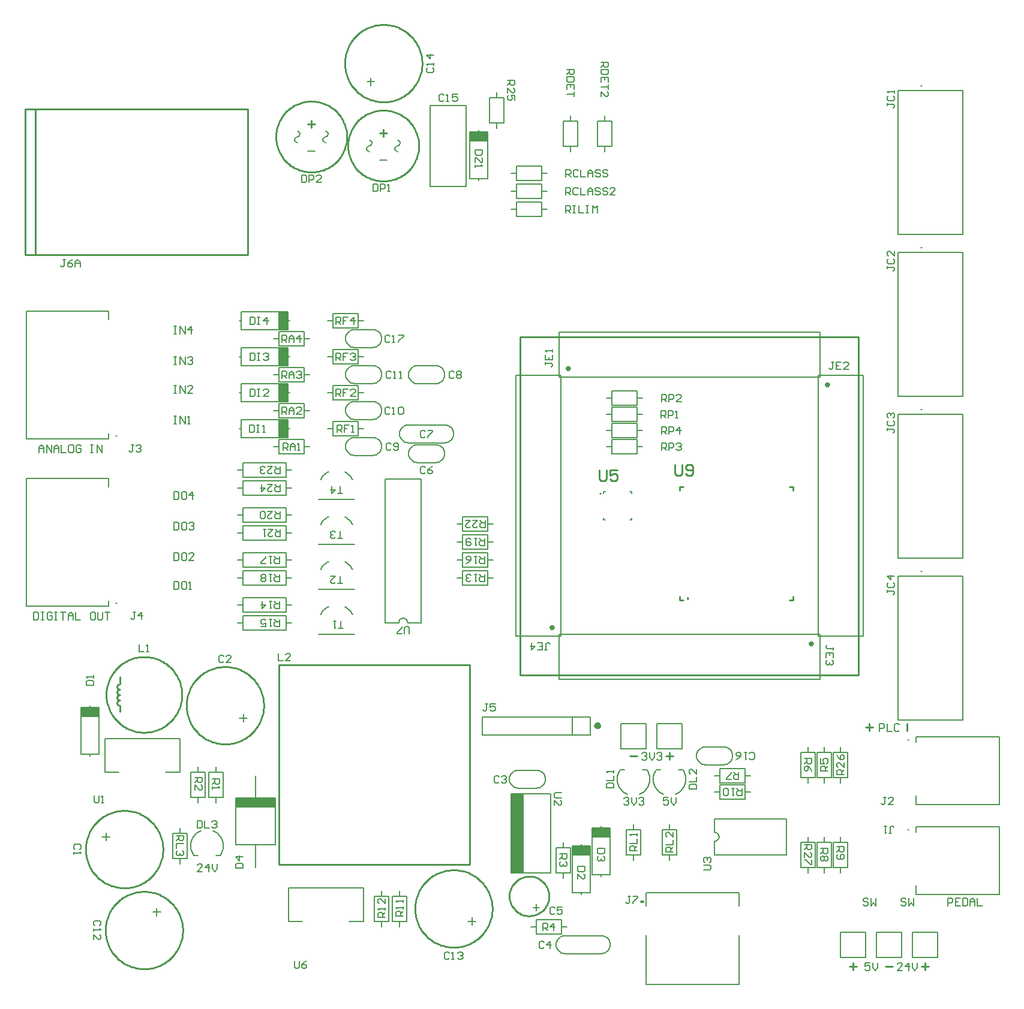
<source format=gto>
G04*
G04 #@! TF.GenerationSoftware,Altium Limited,Altium Designer,22.6.1 (34)*
G04*
G04 Layer_Color=65535*
%FSLAX25Y25*%
%MOIN*%
G70*
G04*
G04 #@! TF.SameCoordinates,AF77A519-CAE8-4CE4-B455-2A79372E2E6D*
G04*
G04*
G04 #@! TF.FilePolarity,Positive*
G04*
G01*
G75*
%ADD10C,0.00787*%
%ADD11C,0.01181*%
%ADD12C,0.01000*%
%ADD13C,0.01968*%
%ADD14C,0.00500*%
%ADD15C,0.00600*%
%ADD16C,0.00700*%
%ADD17R,0.10000X0.05000*%
%ADD18R,0.22000X0.05000*%
%ADD19R,0.05000X0.10000*%
G36*
X275063Y67000D02*
X282000D01*
Y111000D01*
X275063D01*
Y67000D01*
D02*
G37*
D10*
X496047Y91000D02*
X495260D01*
X496047D01*
Y141000D02*
X495260D01*
X496047D01*
X55992Y216929D02*
X55205D01*
X55992D01*
Y309929D02*
X55205D01*
X55992D01*
X186944Y235472D02*
X186438Y236367D01*
X185842Y237205D01*
X185163Y237977D01*
X184409Y238676D01*
X183587Y239294D01*
X182706Y239824D01*
X173528Y239944D02*
X172633Y239438D01*
X171795Y238842D01*
X171023Y238163D01*
X170324Y237409D01*
X169706Y236587D01*
X169176Y235706D01*
X194551Y469602D02*
X195012Y468489D01*
X196126Y468028D01*
Y471177D02*
X195012Y470716D01*
X194551Y469603D01*
X196126Y471177D02*
X197240Y471639D01*
X197701Y472752D01*
Y472752D02*
X197240Y473866D01*
X196126Y474327D01*
X213449Y472752D02*
X212988Y473866D01*
X211874Y474327D01*
Y471177D02*
X212988Y471639D01*
X213449Y472752D01*
X211874Y471177D02*
X210760Y470716D01*
X210299Y469602D01*
Y469602D02*
X210760Y468489D01*
X211874Y468028D01*
X170299Y474603D02*
X170761Y473489D01*
X171874Y473028D01*
X171874Y476177D02*
X170761Y475716D01*
X170299Y474603D01*
X171874Y476177D02*
X172988Y476639D01*
X173449Y477752D01*
X173449Y477752D02*
X172988Y478866D01*
X171874Y479327D01*
X157701Y477752D02*
X157240Y478866D01*
X156126Y479327D01*
X156126Y476177D02*
X157240Y476639D01*
X157701Y477752D01*
X156126Y476177D02*
X155012Y475716D01*
X154551Y474603D01*
X154551Y474603D02*
X155012Y473489D01*
X156126Y473028D01*
X383000Y137000D02*
X382025Y136904D01*
X381087Y136619D01*
X380222Y136157D01*
X379465Y135536D01*
X378843Y134778D01*
X378381Y133913D01*
X378096Y132975D01*
X378000Y132000D01*
X378096Y131025D01*
X378381Y130087D01*
X378843Y129222D01*
X379465Y128464D01*
X380222Y127843D01*
X381087Y127381D01*
X382025Y127096D01*
X383000Y127000D01*
X393000D02*
X393975Y127096D01*
X394913Y127381D01*
X395778Y127843D01*
X396535Y128464D01*
X397157Y129222D01*
X397619Y130087D01*
X397904Y131025D01*
X398000Y132000D01*
X397904Y132975D01*
X397619Y133913D01*
X397157Y134778D01*
X396535Y135536D01*
X395778Y136157D01*
X394913Y136619D01*
X393975Y136904D01*
X393000Y137000D01*
X355698Y124355D02*
X355139Y123495D01*
X354681Y122577D01*
X354330Y121614D01*
X354090Y120617D01*
X353965Y119599D01*
X353955Y118574D01*
X354061Y117554D01*
X354282Y116552D01*
X354615Y115582D01*
X355055Y114656D01*
X355597Y113786D01*
X356234Y112982D01*
X356958Y112256D01*
X357759Y111616D01*
X358628Y111070D01*
X359552Y110627D01*
X366448D02*
X367372Y111070D01*
X368241Y111616D01*
X369042Y112256D01*
X369766Y112982D01*
X370403Y113786D01*
X370945Y114656D01*
X371385Y115582D01*
X371718Y116552D01*
X371939Y117554D01*
X372045Y118574D01*
X372035Y119599D01*
X371910Y120617D01*
X371670Y121614D01*
X371319Y122577D01*
X370861Y123495D01*
X370302Y124355D01*
X388000Y84500D02*
X388957Y84690D01*
X389768Y85232D01*
X390310Y86043D01*
X390500Y87000D01*
X390310Y87957D01*
X389768Y88768D01*
X388957Y89310D01*
X388000Y89500D01*
X279000Y124000D02*
X278025Y123904D01*
X277087Y123619D01*
X276222Y123157D01*
X275465Y122536D01*
X274843Y121778D01*
X274381Y120913D01*
X274096Y119975D01*
X274000Y119000D01*
X274096Y118025D01*
X274381Y117087D01*
X274843Y116222D01*
X275465Y115464D01*
X276222Y114843D01*
X277087Y114381D01*
X278025Y114096D01*
X279000Y114000D01*
X289000D02*
X289976Y114096D01*
X290913Y114381D01*
X291778Y114843D01*
X292535Y115464D01*
X293157Y116222D01*
X293619Y117087D01*
X293904Y118025D01*
X294000Y119000D01*
X293904Y119975D01*
X293619Y120913D01*
X293157Y121778D01*
X292535Y122536D01*
X291778Y123157D01*
X290913Y123619D01*
X289976Y123904D01*
X289000Y124000D01*
X305000Y32000D02*
X304025Y31904D01*
X303087Y31619D01*
X302222Y31157D01*
X301465Y30536D01*
X300843Y29778D01*
X300381Y28913D01*
X300096Y27975D01*
X300000Y27000D01*
X300096Y26024D01*
X300381Y25087D01*
X300843Y24222D01*
X301465Y23464D01*
X302222Y22843D01*
X303087Y22381D01*
X304025Y22096D01*
X305000Y22000D01*
X325000D02*
X325975Y22096D01*
X326913Y22381D01*
X327778Y22843D01*
X328536Y23464D01*
X329157Y24222D01*
X329619Y25087D01*
X329904Y26024D01*
X330000Y27000D01*
X329904Y27975D01*
X329619Y28913D01*
X329157Y29778D01*
X328536Y30536D01*
X327778Y31157D01*
X326913Y31619D01*
X325975Y31904D01*
X325000Y32000D01*
X335698Y124355D02*
X335139Y123495D01*
X334682Y122577D01*
X334330Y121614D01*
X334090Y120617D01*
X333965Y119599D01*
X333955Y118574D01*
X334061Y117554D01*
X334282Y116552D01*
X334615Y115582D01*
X335055Y114656D01*
X335597Y113786D01*
X336234Y112982D01*
X336958Y112256D01*
X337759Y111616D01*
X338628Y111070D01*
X339552Y110627D01*
X346448D02*
X347372Y111070D01*
X348241Y111616D01*
X349042Y112256D01*
X349766Y112982D01*
X350403Y113786D01*
X350945Y114656D01*
X351385Y115582D01*
X351718Y116552D01*
X351939Y117554D01*
X352045Y118574D01*
X352035Y119599D01*
X351910Y120617D01*
X351670Y121614D01*
X351319Y122577D01*
X350861Y123495D01*
X350302Y124355D01*
X503394Y234559D02*
X502606D01*
X503394D01*
Y324559D02*
X502606D01*
X503394D01*
Y414559D02*
X502606D01*
X503394D01*
Y504559D02*
X502606D01*
X503394D01*
X217500Y206000D02*
X217310Y206957D01*
X216768Y207768D01*
X215957Y208310D01*
X215000Y208500D01*
X214043Y208310D01*
X213232Y207768D01*
X212690Y206957D01*
X212500Y206000D01*
X223000Y348900D02*
X222024Y348804D01*
X221087Y348519D01*
X220222Y348057D01*
X219464Y347435D01*
X218843Y346678D01*
X218381Y345813D01*
X218096Y344876D01*
X218000Y343900D01*
X218096Y342924D01*
X218381Y341987D01*
X218843Y341122D01*
X219464Y340365D01*
X220222Y339743D01*
X221087Y339281D01*
X222024Y338996D01*
X223000Y338900D01*
X233000D02*
X233976Y338996D01*
X234913Y339281D01*
X235778Y339743D01*
X236536Y340365D01*
X237157Y341122D01*
X237619Y341987D01*
X237904Y342924D01*
X238000Y343900D01*
X237904Y344876D01*
X237619Y345813D01*
X237157Y346678D01*
X236536Y347435D01*
X235778Y348057D01*
X234913Y348519D01*
X233976Y348804D01*
X233000Y348900D01*
X113302Y76645D02*
X113861Y77505D01*
X114319Y78423D01*
X114670Y79386D01*
X114910Y80383D01*
X115035Y81401D01*
X115045Y82426D01*
X114939Y83446D01*
X114718Y84448D01*
X114385Y85418D01*
X113945Y86344D01*
X113403Y87214D01*
X112766Y88018D01*
X112042Y88744D01*
X111241Y89384D01*
X110372Y89930D01*
X109448Y90373D01*
X102552D02*
X101628Y89930D01*
X100759Y89384D01*
X99958Y88744D01*
X99234Y88018D01*
X98597Y87214D01*
X98055Y86344D01*
X97615Y85418D01*
X97282Y84448D01*
X97061Y83446D01*
X96955Y82426D01*
X96965Y81401D01*
X97090Y80383D01*
X97330Y79386D01*
X97681Y78423D01*
X98139Y77505D01*
X98698Y76645D01*
X188000Y369000D02*
X187024Y368904D01*
X186087Y368619D01*
X185222Y368157D01*
X184465Y367535D01*
X183843Y366778D01*
X183381Y365913D01*
X183096Y364976D01*
X183000Y364000D01*
X183096Y363024D01*
X183381Y362087D01*
X183843Y361222D01*
X184465Y360465D01*
X185222Y359843D01*
X186087Y359381D01*
X187024Y359096D01*
X188000Y359000D01*
X198000D02*
X198976Y359096D01*
X199913Y359381D01*
X200778Y359843D01*
X201536Y360465D01*
X202157Y361222D01*
X202619Y362087D01*
X202904Y363024D01*
X203000Y364000D01*
X202904Y364976D01*
X202619Y365913D01*
X202157Y366778D01*
X201536Y367535D01*
X200778Y368157D01*
X199913Y368619D01*
X198976Y368904D01*
X198000Y369000D01*
X188000Y349000D02*
X187024Y348904D01*
X186087Y348619D01*
X185222Y348157D01*
X184465Y347535D01*
X183843Y346778D01*
X183381Y345913D01*
X183096Y344975D01*
X183000Y344000D01*
X183096Y343024D01*
X183381Y342087D01*
X183843Y341222D01*
X184465Y340464D01*
X185222Y339843D01*
X186087Y339381D01*
X187024Y339096D01*
X188000Y339000D01*
X198000D02*
X198976Y339096D01*
X199913Y339381D01*
X200778Y339843D01*
X201536Y340464D01*
X202157Y341222D01*
X202619Y342087D01*
X202904Y343024D01*
X203000Y344000D01*
X202904Y344975D01*
X202619Y345913D01*
X202157Y346778D01*
X201536Y347535D01*
X200778Y348157D01*
X199913Y348619D01*
X198976Y348904D01*
X198000Y349000D01*
X188000Y329000D02*
X187024Y328904D01*
X186087Y328619D01*
X185222Y328157D01*
X184465Y327536D01*
X183843Y326778D01*
X183381Y325913D01*
X183096Y324975D01*
X183000Y324000D01*
X183096Y323025D01*
X183381Y322087D01*
X183843Y321222D01*
X184465Y320464D01*
X185222Y319843D01*
X186087Y319381D01*
X187024Y319096D01*
X188000Y319000D01*
X198000D02*
X198976Y319096D01*
X199913Y319381D01*
X200778Y319843D01*
X201536Y320464D01*
X202157Y321222D01*
X202619Y322087D01*
X202904Y323025D01*
X203000Y324000D01*
X202904Y324975D01*
X202619Y325913D01*
X202157Y326778D01*
X201536Y327536D01*
X200778Y328157D01*
X199913Y328619D01*
X198976Y328904D01*
X198000Y329000D01*
X188000Y309000D02*
X187024Y308904D01*
X186087Y308619D01*
X185222Y308157D01*
X184465Y307536D01*
X183843Y306778D01*
X183381Y305913D01*
X183096Y304976D01*
X183000Y304000D01*
X183096Y303025D01*
X183381Y302087D01*
X183843Y301222D01*
X184465Y300465D01*
X185222Y299843D01*
X186087Y299381D01*
X187024Y299096D01*
X188000Y299000D01*
X198000D02*
X198976Y299096D01*
X199913Y299381D01*
X200778Y299843D01*
X201536Y300465D01*
X202157Y301222D01*
X202619Y302087D01*
X202904Y303025D01*
X203000Y304000D01*
X202904Y304976D01*
X202619Y305913D01*
X202157Y306778D01*
X201536Y307536D01*
X200778Y308157D01*
X199913Y308619D01*
X198976Y308904D01*
X198000Y309000D01*
X238000Y306000D02*
X238976Y306096D01*
X239913Y306381D01*
X240778Y306843D01*
X241535Y307465D01*
X242157Y308222D01*
X242619Y309087D01*
X242904Y310024D01*
X243000Y311000D01*
X242904Y311976D01*
X242619Y312913D01*
X242157Y313778D01*
X241535Y314535D01*
X240778Y315157D01*
X239913Y315619D01*
X238976Y315904D01*
X238000Y316000D01*
X218000D02*
X217024Y315904D01*
X216087Y315619D01*
X215222Y315157D01*
X214464Y314535D01*
X213843Y313778D01*
X213381Y312913D01*
X213096Y311976D01*
X213000Y311000D01*
X213096Y310024D01*
X213381Y309087D01*
X213843Y308222D01*
X214464Y307465D01*
X215222Y306843D01*
X216087Y306381D01*
X217024Y306096D01*
X218000Y306000D01*
X173528Y214944D02*
X172633Y214438D01*
X171795Y213842D01*
X171023Y213163D01*
X170324Y212409D01*
X169706Y211587D01*
X169176Y210706D01*
X186944Y210472D02*
X186438Y211367D01*
X185842Y212205D01*
X185163Y212977D01*
X184409Y213676D01*
X183587Y214294D01*
X182706Y214824D01*
X173528Y264944D02*
X172633Y264438D01*
X171795Y263842D01*
X171023Y263163D01*
X170324Y262409D01*
X169706Y261587D01*
X169176Y260706D01*
X186944Y260472D02*
X186438Y261367D01*
X185842Y262205D01*
X185163Y262977D01*
X184409Y263676D01*
X183587Y264294D01*
X182706Y264824D01*
X173528Y289944D02*
X172633Y289438D01*
X171795Y288842D01*
X171023Y288163D01*
X170324Y287409D01*
X169706Y286587D01*
X169176Y285706D01*
X186944Y285472D02*
X186438Y286367D01*
X185842Y287205D01*
X185163Y287977D01*
X184409Y288676D01*
X183587Y289294D01*
X182706Y289824D01*
X233000Y295000D02*
X233976Y295096D01*
X234913Y295381D01*
X235778Y295843D01*
X236536Y296464D01*
X237157Y297222D01*
X237619Y298087D01*
X237904Y299025D01*
X238000Y300000D01*
X237904Y300975D01*
X237619Y301913D01*
X237157Y302778D01*
X236536Y303536D01*
X235778Y304157D01*
X234913Y304619D01*
X233976Y304904D01*
X233000Y305000D01*
X223000D02*
X222024Y304904D01*
X221087Y304619D01*
X220222Y304157D01*
X219464Y303536D01*
X218843Y302778D01*
X218381Y301913D01*
X218096Y300975D01*
X218000Y300000D01*
X218096Y299025D01*
X218381Y298087D01*
X218843Y297222D01*
X219464Y296464D01*
X220222Y295843D01*
X221087Y295381D01*
X222024Y295096D01*
X223000Y295000D01*
X275000Y446000D02*
X278000D01*
Y442000D02*
X292000D01*
X278000Y450000D02*
X292000D01*
X278000Y442000D02*
Y450000D01*
X292000Y442000D02*
Y450000D01*
Y446000D02*
X295000D01*
X327000Y468000D02*
Y471000D01*
X331000D02*
Y485000D01*
X323000Y471000D02*
Y485000D01*
Y471000D02*
X331000D01*
X323000Y485000D02*
X331000D01*
X327000D02*
Y488000D01*
X213000Y37000D02*
Y40000D01*
X217000D02*
Y54000D01*
X209000Y40000D02*
Y54000D01*
Y40000D02*
X217000D01*
X209000Y54000D02*
X217000D01*
X213000D02*
Y57000D01*
X168000Y224500D02*
X188000D01*
X356000Y150000D02*
X370000D01*
Y136000D02*
Y150000D01*
X356000Y136000D02*
X370000D01*
X356000D02*
Y150000D01*
X478000Y20000D02*
Y34000D01*
Y20000D02*
X492000D01*
Y34000D01*
X478000D02*
X492000D01*
X458000D02*
X472000D01*
Y20000D02*
Y34000D01*
X458000Y20000D02*
X472000D01*
X458000D02*
Y34000D01*
X498000Y20000D02*
Y34000D01*
Y20000D02*
X512000D01*
Y34000D01*
X498000D02*
X512000D01*
X336000Y150000D02*
X350000D01*
Y136000D02*
Y150000D01*
X336000Y136000D02*
X350000D01*
X336000D02*
Y150000D01*
X202031Y463303D02*
X205968D01*
X162031Y468303D02*
X165969D01*
X230000Y448500D02*
X250000D01*
X230000Y493500D02*
X250000D01*
X230000Y448500D02*
Y493500D01*
X250000Y448500D02*
Y493500D01*
X383000Y127000D02*
X393000D01*
X383000Y137000D02*
X393000D01*
X355698Y124355D02*
X358000D01*
X368000D02*
X370302D01*
X440000Y84000D02*
Y87000D01*
X436000Y70000D02*
Y84000D01*
X444000Y70000D02*
Y84000D01*
X436000D02*
X444000D01*
X436000Y70000D02*
X444000D01*
X440000Y67000D02*
Y70000D01*
X328000Y313000D02*
X331000D01*
Y309000D02*
X345000D01*
X331000Y317000D02*
X345000D01*
X331000Y309000D02*
Y317000D01*
X345000Y309000D02*
Y317000D01*
Y313000D02*
X348000D01*
X328000Y304000D02*
X331000D01*
Y300000D02*
X345000D01*
X331000Y308000D02*
X345000D01*
X331000Y300000D02*
Y308000D01*
X345000Y300000D02*
Y308000D01*
Y304000D02*
X348000D01*
X328000Y331000D02*
X331000D01*
Y327000D02*
X345000D01*
X331000Y335000D02*
X345000D01*
X331000Y327000D02*
Y335000D01*
X345000Y327000D02*
Y335000D01*
Y331000D02*
X348000D01*
X328000Y322000D02*
X331000D01*
Y318000D02*
X345000D01*
X331000Y326000D02*
X345000D01*
X331000Y318000D02*
Y326000D01*
X345000Y318000D02*
Y326000D01*
Y322000D02*
X348000D01*
X252000Y453000D02*
Y479000D01*
X257000D02*
Y480000D01*
Y452000D02*
Y453000D01*
X252000Y474000D02*
X262000D01*
Y453000D02*
Y479000D01*
X252000D02*
X262000D01*
X252000Y453000D02*
X262000D01*
X308000Y485000D02*
Y488000D01*
X304000Y485000D02*
X312000D01*
X304000Y471000D02*
X312000D01*
X304000D02*
Y485000D01*
X312000Y471000D02*
Y485000D01*
X308000Y468000D02*
Y471000D01*
X292000Y456000D02*
X295000D01*
X292000Y452000D02*
Y460000D01*
X278000Y452000D02*
Y460000D01*
X292000D01*
X278000Y452000D02*
X292000D01*
X275000Y456000D02*
X278000D01*
X292000Y436000D02*
X295000D01*
X292000Y432000D02*
Y440000D01*
X278000Y432000D02*
Y440000D01*
X292000D01*
X278000Y432000D02*
X292000D01*
X275000Y436000D02*
X278000D01*
X267000Y498000D02*
Y501000D01*
X263000Y498000D02*
X271000D01*
X263000Y484000D02*
X271000D01*
X263000D02*
Y498000D01*
X271000Y484000D02*
Y498000D01*
X267000Y481000D02*
Y484000D01*
X203000Y37000D02*
Y40000D01*
X207000D02*
Y54000D01*
X199000Y40000D02*
Y54000D01*
Y40000D02*
X207000D01*
X199000Y54000D02*
X207000D01*
X203000D02*
Y57000D01*
X122000Y82500D02*
Y108500D01*
X133000D02*
Y121000D01*
Y70000D02*
Y82500D01*
X122000Y103500D02*
X144000D01*
Y82500D02*
Y108500D01*
X122000D02*
X144000D01*
X122000Y82500D02*
X144000D01*
X458000Y67000D02*
Y70000D01*
X454000D02*
X462000D01*
X454000Y84000D02*
X462000D01*
Y70000D02*
Y84000D01*
X454000Y70000D02*
Y84000D01*
X458000D02*
Y87000D01*
X428000Y77000D02*
Y97000D01*
X388000Y77000D02*
X428000D01*
X388000Y89500D02*
Y97000D01*
Y77000D02*
Y84500D01*
Y97000D02*
X428000D01*
X388000Y121000D02*
X391000D01*
Y117000D02*
Y125000D01*
X405000Y117000D02*
Y125000D01*
X391000Y117000D02*
X405000D01*
X391000Y125000D02*
X405000D01*
Y121000D02*
X408000D01*
X449000Y67000D02*
Y70000D01*
X453000D02*
Y84000D01*
X445000Y70000D02*
Y84000D01*
Y70000D02*
X453000D01*
X445000Y84000D02*
X453000D01*
X449000D02*
Y87000D01*
X388000Y112000D02*
X391000D01*
Y108000D02*
Y116000D01*
X405000Y108000D02*
Y116000D01*
X391000Y108000D02*
X405000D01*
X391000Y116000D02*
X405000D01*
Y112000D02*
X408000D01*
X279000Y114000D02*
X289000D01*
X279000Y124000D02*
X289000D01*
X305000Y32000D02*
X325000D01*
X305000Y22000D02*
X325000D01*
X458000Y117000D02*
Y120000D01*
X462000D02*
Y134000D01*
X454000Y120000D02*
Y134000D01*
Y120000D02*
X462000D01*
X454000Y134000D02*
X462000D01*
X458000D02*
Y137000D01*
X335698Y124355D02*
X338000D01*
X348000D02*
X350302D01*
X297000Y67000D02*
Y111000D01*
X275063Y67000D02*
X297000D01*
X275063Y111000D02*
X297000D01*
X275063Y67000D02*
Y111000D01*
X286000Y37000D02*
X289000D01*
Y33000D02*
X303000D01*
X289000Y41000D02*
X303000D01*
X289000Y33000D02*
Y41000D01*
X303000Y33000D02*
Y41000D01*
Y37000D02*
X306000D01*
X304000Y64000D02*
Y67000D01*
X308000D02*
Y81000D01*
X300000Y67000D02*
Y81000D01*
Y67000D02*
X308000D01*
X300000Y81000D02*
X308000D01*
X304000D02*
Y84000D01*
X440000Y134000D02*
Y137000D01*
X436000Y120000D02*
Y134000D01*
X444000Y120000D02*
Y134000D01*
X436000D02*
X444000D01*
X436000Y120000D02*
X444000D01*
X440000Y117000D02*
Y120000D01*
X449000Y134000D02*
Y137000D01*
X445000Y120000D02*
Y134000D01*
X453000Y120000D02*
Y134000D01*
X445000D02*
X453000D01*
X445000Y120000D02*
X453000D01*
X449000Y117000D02*
Y120000D01*
X101000Y106000D02*
Y109000D01*
X105000D02*
Y123000D01*
X97000Y109000D02*
Y123000D01*
Y109000D02*
X105000D01*
X97000Y123000D02*
X105000D01*
X101000D02*
Y126000D01*
X111000Y106000D02*
Y109000D01*
X115000D02*
Y123000D01*
X107000Y109000D02*
Y123000D01*
Y109000D02*
X115000D01*
X107000Y123000D02*
X115000D01*
X111000D02*
Y126000D01*
X36000Y133000D02*
Y159000D01*
X41000D02*
Y160000D01*
Y132000D02*
Y133000D01*
X36000Y154000D02*
X46000D01*
Y133000D02*
Y159000D01*
X36000D02*
X46000D01*
X36000Y133000D02*
X46000D01*
X143000Y364000D02*
X146000D01*
Y360000D02*
Y368000D01*
X160000Y360000D02*
Y368000D01*
X146000Y360000D02*
X160000D01*
X146000Y368000D02*
X160000D01*
Y364000D02*
X163000D01*
X143000Y344000D02*
X146000D01*
Y340000D02*
Y348000D01*
X160000Y340000D02*
Y348000D01*
X146000Y340000D02*
X160000D01*
X146000Y348000D02*
X160000D01*
Y344000D02*
X163000D01*
X143000Y324000D02*
X146000D01*
Y320000D02*
Y328000D01*
X160000Y320000D02*
Y328000D01*
X146000Y320000D02*
X160000D01*
X146000Y328000D02*
X160000D01*
Y324000D02*
X163000D01*
X143000Y304000D02*
X146000D01*
Y300000D02*
Y308000D01*
X160000Y300000D02*
Y308000D01*
X146000Y300000D02*
X160000D01*
X146000Y308000D02*
X160000D01*
Y304000D02*
X163000D01*
X205000Y286000D02*
X225000D01*
X205000Y206000D02*
Y286000D01*
X217500Y206000D02*
X225000D01*
X205000D02*
X212500D01*
X225000D02*
Y286000D01*
X223000Y338900D02*
X233000D01*
X223000Y348900D02*
X233000D01*
X262000Y261000D02*
X265000D01*
X248000Y265000D02*
X262000D01*
X248000Y257000D02*
X262000D01*
Y265000D01*
X248000Y257000D02*
Y265000D01*
X245000Y261000D02*
X248000D01*
X262000Y251000D02*
X265000D01*
X248000Y255000D02*
X262000D01*
X248000Y247000D02*
X262000D01*
Y255000D01*
X248000Y247000D02*
Y255000D01*
X245000Y251000D02*
X248000D01*
X262000Y241000D02*
X265000D01*
X248000Y245000D02*
X262000D01*
X248000Y237000D02*
X262000D01*
Y245000D01*
X248000Y237000D02*
Y245000D01*
X245000Y241000D02*
X248000D01*
X262000Y231000D02*
X265000D01*
X248000Y235000D02*
X262000D01*
X248000Y227000D02*
X262000D01*
Y235000D01*
X248000Y227000D02*
Y235000D01*
X245000Y231000D02*
X248000D01*
X363000Y74000D02*
Y77000D01*
X359000D02*
X367000D01*
X359000Y91000D02*
X367000D01*
Y77000D02*
Y91000D01*
X359000Y77000D02*
Y91000D01*
X363000D02*
Y94000D01*
X343000Y74000D02*
Y77000D01*
X339000D02*
X347000D01*
X339000Y91000D02*
X347000D01*
Y77000D02*
Y91000D01*
X339000Y77000D02*
Y91000D01*
X343000D02*
Y94000D01*
X309000Y56000D02*
X319000D01*
X309000Y82000D02*
X319000D01*
Y56000D02*
Y82000D01*
X309000Y77000D02*
X319000D01*
X314000Y55000D02*
Y56000D01*
Y82000D02*
Y83000D01*
X309000Y56000D02*
Y82000D01*
X320000Y66000D02*
X330000D01*
X320000Y92000D02*
X330000D01*
Y66000D02*
Y92000D01*
X320000Y87000D02*
X330000D01*
X325000Y65000D02*
Y66000D01*
Y92000D02*
Y93000D01*
X320000Y66000D02*
Y92000D01*
X277500Y343500D02*
X302500D01*
X277500Y198500D02*
X302500D01*
X277500D02*
Y343500D01*
X302500Y198500D02*
Y343500D01*
X301500Y342500D02*
X446500D01*
X301500Y367500D02*
X446500D01*
X301500Y342500D02*
Y367500D01*
X446500Y342500D02*
Y367500D01*
X445500Y198500D02*
Y343500D01*
X470500Y198500D02*
Y343500D01*
X445500D02*
X470500D01*
X445500Y198500D02*
X470500D01*
X301500Y174500D02*
Y199500D01*
X446500Y174500D02*
Y199500D01*
X301500Y174500D02*
X446500D01*
X301500Y199500D02*
X446500D01*
X91000Y89000D02*
Y92000D01*
X87000Y75000D02*
Y89000D01*
X95000Y75000D02*
Y89000D01*
X87000D02*
X95000D01*
X87000Y75000D02*
X95000D01*
X91000Y72000D02*
Y75000D01*
X111000Y76645D02*
X113302D01*
X98698D02*
X101000D01*
X125000Y319000D02*
X151000D01*
Y314000D02*
X152000D01*
X124000D02*
X125000D01*
X146000Y309000D02*
Y319000D01*
X125000Y309000D02*
X151000D01*
Y319000D01*
X125000Y309000D02*
Y319000D01*
Y339000D02*
X151000D01*
Y334000D02*
X152000D01*
X124000D02*
X125000D01*
X146000Y329000D02*
Y339000D01*
X125000Y329000D02*
X151000D01*
Y339000D01*
X125000Y329000D02*
Y339000D01*
Y379000D02*
X151000D01*
Y374000D02*
X152000D01*
X124000D02*
X125000D01*
X146000Y369000D02*
Y379000D01*
X125000Y369000D02*
X151000D01*
Y379000D01*
X125000Y369000D02*
Y379000D01*
Y359000D02*
X151000D01*
Y354000D02*
X152000D01*
X124000D02*
X125000D01*
X146000Y349000D02*
Y359000D01*
X125000Y349000D02*
X151000D01*
Y359000D01*
X125000Y349000D02*
Y359000D01*
X173000Y374000D02*
X176000D01*
Y370000D02*
X190000D01*
X176000Y378000D02*
X190000D01*
X176000Y370000D02*
Y378000D01*
X190000Y370000D02*
Y378000D01*
Y374000D02*
X193000D01*
X173000Y354000D02*
X176000D01*
Y350000D02*
X190000D01*
X176000Y358000D02*
X190000D01*
X176000Y350000D02*
Y358000D01*
X190000Y350000D02*
Y358000D01*
Y354000D02*
X193000D01*
X173000Y334000D02*
X176000D01*
Y330000D02*
X190000D01*
X176000Y338000D02*
X190000D01*
X176000Y330000D02*
Y338000D01*
X190000Y330000D02*
Y338000D01*
Y334000D02*
X193000D01*
X173000Y314000D02*
X176000D01*
Y310000D02*
X190000D01*
X176000Y318000D02*
X190000D01*
X176000Y310000D02*
Y318000D01*
X190000Y310000D02*
Y318000D01*
Y314000D02*
X193000D01*
X188000Y359000D02*
X198000D01*
X188000Y369000D02*
X198000D01*
X188000Y339000D02*
X198000D01*
X188000Y349000D02*
X198000D01*
X188000Y319000D02*
X198000D01*
X188000Y329000D02*
X198000D01*
X188000Y299000D02*
X198000D01*
X188000Y309000D02*
X198000D01*
X309000Y143654D02*
Y153654D01*
X319000Y143654D02*
Y153654D01*
X259000Y143654D02*
X319000D01*
X259000D02*
Y153654D01*
X319000D01*
X218000Y306000D02*
X238000D01*
X218000Y316000D02*
X238000D01*
X150000Y227000D02*
Y235000D01*
X126000Y227000D02*
X150000D01*
X126000D02*
Y235000D01*
X150000D01*
Y231000D02*
X153000D01*
X123000D02*
X126000D01*
X150000Y212000D02*
Y220000D01*
X126000Y212000D02*
X150000D01*
X126000D02*
Y220000D01*
X150000D01*
Y216000D02*
X153000D01*
X123000D02*
X126000D01*
X150000Y202000D02*
Y210000D01*
X126000Y202000D02*
X150000D01*
X126000D02*
Y210000D01*
X150000D01*
Y206000D02*
X153000D01*
X123000D02*
X126000D01*
X168000Y199500D02*
X188000D01*
X150000Y252000D02*
Y260000D01*
X126000Y252000D02*
X150000D01*
X126000D02*
Y260000D01*
X150000D01*
Y256000D02*
X153000D01*
X123000D02*
X126000D01*
X150000Y237000D02*
Y245000D01*
X126000Y237000D02*
X150000D01*
X126000D02*
Y245000D01*
X150000D01*
Y241000D02*
X153000D01*
X123000D02*
X126000D01*
X150000Y262000D02*
Y270000D01*
X126000Y262000D02*
X150000D01*
X126000D02*
Y270000D01*
X150000D01*
Y266000D02*
X153000D01*
X123000D02*
X126000D01*
X150000Y277000D02*
Y285000D01*
X126000Y277000D02*
X150000D01*
X126000D02*
Y285000D01*
X150000D01*
Y281000D02*
X153000D01*
X123000D02*
X126000D01*
X150000Y287000D02*
Y295000D01*
X126000Y287000D02*
X150000D01*
X126000D02*
Y295000D01*
X150000D01*
Y291000D02*
X153000D01*
X123000D02*
X126000D01*
X168000Y249500D02*
X188000D01*
X168000Y274500D02*
X188000D01*
X223000Y305000D02*
X233000D01*
X223000Y295000D02*
X233000D01*
D11*
X348220Y50961D02*
X347433D01*
X348220D01*
D12*
X373400Y219500D02*
X372800Y219846D01*
Y219154D01*
X373400Y219500D01*
X324750Y278000D02*
X324250D01*
X324750D01*
X57500Y163000D02*
X56618Y162714D01*
X56073Y161963D01*
Y161037D01*
X56618Y160286D01*
X57500Y160000D01*
Y172000D02*
X56618Y171713D01*
X56073Y170964D01*
Y170036D01*
X56618Y169287D01*
X57500Y169000D01*
X56618Y168713D01*
X56073Y167964D01*
Y167036D01*
X56618Y166287D01*
X57500Y166000D01*
X56618Y165714D01*
X56073Y164963D01*
Y164037D01*
X56618Y163286D01*
X57500Y163000D01*
X92000Y166000D02*
X91976Y166999D01*
X91905Y167996D01*
X91786Y168989D01*
X91620Y169974D01*
X91408Y170951D01*
X91149Y171916D01*
X90845Y172868D01*
X90496Y173805D01*
X90102Y174724D01*
X89666Y175623D01*
X89187Y176500D01*
X88666Y177354D01*
X88106Y178181D01*
X87507Y178981D01*
X86871Y179752D01*
X86198Y180492D01*
X85492Y181198D01*
X84752Y181871D01*
X83981Y182507D01*
X83181Y183106D01*
X82354Y183666D01*
X81500Y184186D01*
X80623Y184666D01*
X79724Y185102D01*
X78805Y185496D01*
X77868Y185845D01*
X76916Y186149D01*
X75951Y186408D01*
X74974Y186620D01*
X73989Y186786D01*
X72996Y186905D01*
X71999Y186976D01*
X71000Y187000D01*
X70001Y186976D01*
X69004Y186905D01*
X68011Y186786D01*
X67026Y186620D01*
X66049Y186408D01*
X65084Y186149D01*
X64132Y185845D01*
X63195Y185496D01*
X62276Y185102D01*
X61377Y184666D01*
X60500Y184186D01*
X59647Y183666D01*
X58819Y183106D01*
X58019Y182507D01*
X57248Y181871D01*
X56508Y181198D01*
X55802Y180492D01*
X55129Y179752D01*
X54493Y178981D01*
X53894Y178181D01*
X53334Y177353D01*
X52814Y176500D01*
X52334Y175623D01*
X51898Y174724D01*
X51504Y173805D01*
X51155Y172868D01*
X50851Y171916D01*
X50592Y170951D01*
X50380Y169974D01*
X50214Y168989D01*
X50095Y167996D01*
X50024Y166999D01*
X50000Y166000D01*
X50024Y165001D01*
X50095Y164004D01*
X50214Y163011D01*
X50380Y162026D01*
X50592Y161049D01*
X50851Y160084D01*
X51155Y159132D01*
X51504Y158195D01*
X51898Y157276D01*
X52334Y156377D01*
X52814Y155500D01*
X53334Y154647D01*
X53894Y153819D01*
X54493Y153019D01*
X55129Y152248D01*
X55802Y151508D01*
X56508Y150802D01*
X57248Y150129D01*
X58019Y149493D01*
X58819Y148894D01*
X59647Y148334D01*
X60500Y147813D01*
X61377Y147334D01*
X62276Y146898D01*
X63195Y146504D01*
X64132Y146155D01*
X65084Y145851D01*
X66049Y145592D01*
X67026Y145379D01*
X68011Y145214D01*
X69004Y145095D01*
X70001Y145024D01*
X71000Y145000D01*
X71999Y145024D01*
X72996Y145095D01*
X73989Y145214D01*
X74974Y145379D01*
X75951Y145592D01*
X76916Y145851D01*
X77868Y146155D01*
X78805Y146504D01*
X79724Y146898D01*
X80623Y147335D01*
X81500Y147813D01*
X82354Y148334D01*
X83181Y148894D01*
X83981Y149493D01*
X84752Y150129D01*
X85492Y150802D01*
X86198Y151508D01*
X86871Y152248D01*
X87507Y153019D01*
X88106Y153819D01*
X88666Y154647D01*
X89187Y155500D01*
X89666Y156377D01*
X90102Y157276D01*
X90496Y158195D01*
X90845Y159132D01*
X91149Y160084D01*
X91408Y161049D01*
X91620Y162026D01*
X91786Y163011D01*
X91905Y164004D01*
X91976Y165001D01*
X92000Y166000D01*
X223685Y471177D02*
X223660Y472174D01*
X223584Y473169D01*
X223458Y474158D01*
X223282Y475140D01*
X223057Y476112D01*
X222782Y477070D01*
X222460Y478014D01*
X222090Y478940D01*
X221673Y479846D01*
X221212Y480731D01*
X220706Y481590D01*
X220157Y482423D01*
X219566Y483227D01*
X218936Y484000D01*
X218268Y484740D01*
X217562Y485445D01*
X216822Y486114D01*
X216049Y486744D01*
X215245Y487334D01*
X214413Y487883D01*
X213553Y488389D01*
X212669Y488851D01*
X211763Y489267D01*
X210837Y489637D01*
X209893Y489960D01*
X208934Y490234D01*
X207963Y490459D01*
X206981Y490635D01*
X205992Y490761D01*
X204997Y490837D01*
X204000Y490862D01*
X203003Y490837D01*
X202009Y490761D01*
X201019Y490635D01*
X200037Y490459D01*
X199066Y490234D01*
X198107Y489960D01*
X197163Y489637D01*
X196237Y489267D01*
X195331Y488851D01*
X194447Y488389D01*
X193587Y487883D01*
X192755Y487334D01*
X191951Y486744D01*
X191178Y486114D01*
X190438Y485445D01*
X189732Y484740D01*
X189064Y484000D01*
X188434Y483227D01*
X187843Y482423D01*
X187294Y481590D01*
X186788Y480730D01*
X186327Y479846D01*
X185910Y478940D01*
X185540Y478014D01*
X185218Y477070D01*
X184943Y476111D01*
X184718Y475140D01*
X184542Y474158D01*
X184416Y473169D01*
X184340Y472174D01*
X184315Y471177D01*
X184340Y470180D01*
X184416Y469186D01*
X184542Y468196D01*
X184718Y467215D01*
X184943Y466243D01*
X185218Y465284D01*
X185540Y464341D01*
X185910Y463414D01*
X186327Y462508D01*
X186788Y461624D01*
X187294Y460765D01*
X187843Y459932D01*
X188434Y459128D01*
X189064Y458355D01*
X189733Y457615D01*
X190438Y456910D01*
X191178Y456241D01*
X191951Y455611D01*
X192755Y455021D01*
X193587Y454472D01*
X194447Y453966D01*
X195331Y453504D01*
X196237Y453088D01*
X197163Y452718D01*
X198107Y452395D01*
X199066Y452121D01*
X200038Y451895D01*
X201019Y451719D01*
X202009Y451593D01*
X203003Y451518D01*
X204000Y451492D01*
X204997Y451518D01*
X205992Y451593D01*
X206981Y451719D01*
X207963Y451895D01*
X208934Y452121D01*
X209893Y452395D01*
X210837Y452718D01*
X211763Y453088D01*
X212669Y453504D01*
X213553Y453966D01*
X214413Y454472D01*
X215246Y455021D01*
X216049Y455611D01*
X216822Y456241D01*
X217562Y456910D01*
X218268Y457615D01*
X218936Y458355D01*
X219566Y459128D01*
X220157Y459932D01*
X220706Y460765D01*
X221212Y461624D01*
X221673Y462508D01*
X222090Y463414D01*
X222460Y464341D01*
X222782Y465284D01*
X223057Y466243D01*
X223282Y467215D01*
X223458Y468197D01*
X223584Y469186D01*
X223660Y470180D01*
X223685Y471177D01*
X183685Y476177D02*
X183660Y477174D01*
X183584Y478169D01*
X183458Y479158D01*
X183282Y480140D01*
X183057Y481111D01*
X182782Y482070D01*
X182460Y483014D01*
X182090Y483940D01*
X181673Y484846D01*
X181212Y485731D01*
X180706Y486590D01*
X180157Y487423D01*
X179567Y488227D01*
X178936Y489000D01*
X178268Y489740D01*
X177562Y490445D01*
X176822Y491114D01*
X176049Y491744D01*
X175245Y492334D01*
X174413Y492883D01*
X173553Y493389D01*
X172669Y493851D01*
X171763Y494267D01*
X170837Y494637D01*
X169893Y494960D01*
X168934Y495234D01*
X167963Y495460D01*
X166981Y495635D01*
X165991Y495761D01*
X164997Y495837D01*
X164000Y495862D01*
X163003Y495837D01*
X162009Y495761D01*
X161019Y495635D01*
X160037Y495459D01*
X159066Y495234D01*
X158107Y494960D01*
X157163Y494637D01*
X156237Y494267D01*
X155331Y493851D01*
X154447Y493389D01*
X153587Y492883D01*
X152755Y492334D01*
X151951Y491744D01*
X151178Y491114D01*
X150438Y490445D01*
X149732Y489740D01*
X149064Y489000D01*
X148433Y488227D01*
X147843Y487423D01*
X147294Y486590D01*
X146788Y485731D01*
X146327Y484846D01*
X145910Y483940D01*
X145540Y483014D01*
X145218Y482070D01*
X144943Y481111D01*
X144718Y480140D01*
X144542Y479158D01*
X144416Y478169D01*
X144340Y477174D01*
X144315Y476177D01*
X144340Y475180D01*
X144416Y474186D01*
X144542Y473197D01*
X144718Y472215D01*
X144943Y471243D01*
X145218Y470284D01*
X145540Y469341D01*
X145910Y468414D01*
X146327Y467508D01*
X146789Y466624D01*
X147294Y465765D01*
X147843Y464932D01*
X148434Y464128D01*
X149064Y463355D01*
X149732Y462615D01*
X150438Y461910D01*
X151178Y461241D01*
X151951Y460611D01*
X152755Y460021D01*
X153587Y459472D01*
X154447Y458966D01*
X155331Y458504D01*
X156237Y458088D01*
X157163Y457718D01*
X158107Y457395D01*
X159066Y457121D01*
X160038Y456895D01*
X161019Y456719D01*
X162009Y456593D01*
X163003Y456518D01*
X164000Y456492D01*
X164997Y456518D01*
X165992Y456593D01*
X166981Y456719D01*
X167963Y456895D01*
X168934Y457121D01*
X169893Y457395D01*
X170837Y457718D01*
X171763Y458088D01*
X172669Y458504D01*
X173553Y458966D01*
X174413Y459472D01*
X175245Y460021D01*
X176049Y460611D01*
X176822Y461241D01*
X177562Y461910D01*
X178268Y462615D01*
X178936Y463355D01*
X179567Y464128D01*
X180157Y464932D01*
X180706Y465765D01*
X181212Y466624D01*
X181673Y467508D01*
X182090Y468414D01*
X182460Y469341D01*
X182782Y470285D01*
X183057Y471243D01*
X183282Y472215D01*
X183458Y473197D01*
X183584Y474186D01*
X183660Y475180D01*
X183685Y476177D01*
X225500Y517000D02*
X225477Y518000D01*
X225407Y518998D01*
X225291Y519992D01*
X225129Y520979D01*
X224921Y521958D01*
X224667Y522926D01*
X224369Y523881D01*
X224027Y524822D01*
X223641Y525745D01*
X223213Y526649D01*
X222743Y527533D01*
X222233Y528393D01*
X221683Y529229D01*
X221095Y530039D01*
X220470Y530820D01*
X219809Y531571D01*
X219114Y532291D01*
X218386Y532978D01*
X217627Y533630D01*
X216839Y534246D01*
X216023Y534824D01*
X215180Y535364D01*
X214314Y535865D01*
X213425Y536324D01*
X212516Y536742D01*
X211588Y537116D01*
X210644Y537448D01*
X209685Y537735D01*
X208715Y537977D01*
X207733Y538173D01*
X206744Y538324D01*
X205749Y538429D01*
X204750Y538487D01*
X203750Y538498D01*
X202750Y538464D01*
X201753Y538382D01*
X200760Y538254D01*
X199775Y538081D01*
X198799Y537861D01*
X197834Y537597D01*
X196882Y537288D01*
X195946Y536935D01*
X195027Y536538D01*
X194128Y536099D01*
X193250Y535619D01*
X192395Y535099D01*
X191566Y534540D01*
X190763Y533942D01*
X189989Y533308D01*
X189246Y532639D01*
X188534Y531935D01*
X187856Y531199D01*
X187213Y530433D01*
X186606Y529637D01*
X186037Y528815D01*
X185507Y527966D01*
X185017Y527094D01*
X184568Y526199D01*
X184161Y525285D01*
X183797Y524353D01*
X183476Y523406D01*
X183201Y522444D01*
X182970Y521470D01*
X182785Y520487D01*
X182645Y519496D01*
X182552Y518500D01*
X182506Y517500D01*
Y516500D01*
X182552Y515500D01*
X182645Y514504D01*
X182785Y513513D01*
X182970Y512530D01*
X183201Y511556D01*
X183476Y510595D01*
X183797Y509647D01*
X184161Y508714D01*
X184568Y507800D01*
X185017Y506906D01*
X185507Y506034D01*
X186037Y505186D01*
X186606Y504363D01*
X187213Y503567D01*
X187856Y502801D01*
X188534Y502065D01*
X189246Y501361D01*
X189989Y500692D01*
X190763Y500058D01*
X191566Y499460D01*
X192395Y498901D01*
X193250Y498380D01*
X194128Y497900D01*
X195027Y497462D01*
X195946Y497065D01*
X196882Y496712D01*
X197834Y496403D01*
X198799Y496139D01*
X199775Y495919D01*
X200760Y495746D01*
X201753Y495618D01*
X202750Y495536D01*
X203750Y495502D01*
X204750Y495513D01*
X205749Y495571D01*
X206744Y495676D01*
X207733Y495827D01*
X208715Y496023D01*
X209685Y496265D01*
X210644Y496552D01*
X211588Y496883D01*
X212516Y497258D01*
X213425Y497676D01*
X214314Y498135D01*
X215180Y498636D01*
X216023Y499176D01*
X216839Y499754D01*
X217627Y500370D01*
X218386Y501022D01*
X219114Y501709D01*
X219809Y502429D01*
X220470Y503180D01*
X221095Y503961D01*
X221683Y504771D01*
X222233Y505607D01*
X222743Y506467D01*
X223213Y507351D01*
X223641Y508255D01*
X224027Y509178D01*
X224369Y510119D01*
X224667Y511074D01*
X224920Y512042D01*
X225129Y513020D01*
X225291Y514008D01*
X225407Y515001D01*
X225477Y516000D01*
X225500Y517000D01*
X81500Y80000D02*
X81477Y81000D01*
X81407Y81998D01*
X81291Y82992D01*
X81129Y83979D01*
X80920Y84958D01*
X80667Y85926D01*
X80369Y86881D01*
X80027Y87822D01*
X79641Y88745D01*
X79213Y89649D01*
X78743Y90533D01*
X78233Y91393D01*
X77683Y92229D01*
X77095Y93039D01*
X76470Y93820D01*
X75809Y94571D01*
X75114Y95291D01*
X74386Y95978D01*
X73627Y96630D01*
X72839Y97246D01*
X72023Y97824D01*
X71180Y98364D01*
X70314Y98865D01*
X69425Y99324D01*
X68516Y99742D01*
X67588Y100117D01*
X66644Y100448D01*
X65685Y100735D01*
X64714Y100977D01*
X63733Y101173D01*
X62744Y101324D01*
X61749Y101429D01*
X60750Y101487D01*
X59750Y101498D01*
X58750Y101464D01*
X57753Y101382D01*
X56760Y101254D01*
X55775Y101081D01*
X54799Y100861D01*
X53834Y100597D01*
X52882Y100288D01*
X51946Y99935D01*
X51027Y99538D01*
X50128Y99099D01*
X49250Y98620D01*
X48395Y98099D01*
X47566Y97540D01*
X46763Y96942D01*
X45989Y96308D01*
X45246Y95639D01*
X44534Y94935D01*
X43856Y94199D01*
X43213Y93433D01*
X42606Y92637D01*
X42037Y91814D01*
X41507Y90966D01*
X41017Y90094D01*
X40568Y89200D01*
X40161Y88285D01*
X39797Y87353D01*
X39476Y86405D01*
X39201Y85444D01*
X38970Y84470D01*
X38785Y83487D01*
X38645Y82496D01*
X38552Y81500D01*
X38506Y80500D01*
Y79500D01*
X38552Y78500D01*
X38645Y77504D01*
X38785Y76513D01*
X38970Y75530D01*
X39201Y74556D01*
X39476Y73594D01*
X39797Y72646D01*
X40161Y71715D01*
X40568Y70801D01*
X41017Y69906D01*
X41507Y69034D01*
X42037Y68186D01*
X42606Y67363D01*
X43213Y66567D01*
X43856Y65800D01*
X44534Y65065D01*
X45246Y64361D01*
X45989Y63692D01*
X46763Y63058D01*
X47566Y62460D01*
X48395Y61901D01*
X49250Y61380D01*
X50128Y60900D01*
X51027Y60462D01*
X51946Y60066D01*
X52882Y59712D01*
X53834Y59403D01*
X54799Y59139D01*
X55775Y58919D01*
X56760Y58745D01*
X57753Y58618D01*
X58750Y58536D01*
X59750Y58501D01*
X60750Y58513D01*
X61749Y58571D01*
X62744Y58676D01*
X63734Y58827D01*
X64714Y59023D01*
X65685Y59265D01*
X66644Y59552D01*
X67588Y59883D01*
X68516Y60258D01*
X69425Y60676D01*
X70314Y61135D01*
X71180Y61636D01*
X72023Y62176D01*
X72839Y62754D01*
X73627Y63370D01*
X74386Y64022D01*
X75114Y64709D01*
X75809Y65429D01*
X76470Y66180D01*
X77095Y66961D01*
X77683Y67771D01*
X78233Y68607D01*
X78743Y69467D01*
X79213Y70351D01*
X79641Y71255D01*
X80027Y72178D01*
X80369Y73119D01*
X80667Y74074D01*
X80920Y75042D01*
X81129Y76020D01*
X81291Y77008D01*
X81407Y78001D01*
X81477Y79000D01*
X81500Y80000D01*
X137500Y160000D02*
X137477Y161000D01*
X137407Y161998D01*
X137291Y162992D01*
X137128Y163979D01*
X136920Y164958D01*
X136667Y165926D01*
X136369Y166881D01*
X136027Y167822D01*
X135641Y168745D01*
X135213Y169649D01*
X134743Y170533D01*
X134233Y171393D01*
X133683Y172229D01*
X133095Y173039D01*
X132470Y173820D01*
X131809Y174571D01*
X131114Y175291D01*
X130386Y175978D01*
X129627Y176630D01*
X128839Y177246D01*
X128023Y177824D01*
X127180Y178364D01*
X126314Y178865D01*
X125425Y179324D01*
X124516Y179742D01*
X123588Y180116D01*
X122644Y180448D01*
X121685Y180735D01*
X120714Y180977D01*
X119733Y181173D01*
X118744Y181324D01*
X117749Y181429D01*
X116750Y181487D01*
X115750Y181499D01*
X114750Y181464D01*
X113753Y181382D01*
X112760Y181254D01*
X111775Y181081D01*
X110799Y180861D01*
X109834Y180597D01*
X108882Y180288D01*
X107946Y179935D01*
X107027Y179538D01*
X106128Y179100D01*
X105250Y178620D01*
X104395Y178099D01*
X103566Y177540D01*
X102763Y176942D01*
X101989Y176308D01*
X101246Y175639D01*
X100534Y174935D01*
X99856Y174199D01*
X99213Y173433D01*
X98606Y172637D01*
X98037Y171815D01*
X97507Y170966D01*
X97017Y170094D01*
X96568Y169200D01*
X96161Y168285D01*
X95797Y167353D01*
X95476Y166405D01*
X95201Y165444D01*
X94970Y164470D01*
X94785Y163487D01*
X94645Y162496D01*
X94552Y161500D01*
X94506Y160500D01*
Y159500D01*
X94552Y158500D01*
X94645Y157504D01*
X94785Y156513D01*
X94970Y155530D01*
X95201Y154556D01*
X95476Y153595D01*
X95797Y152647D01*
X96161Y151715D01*
X96568Y150801D01*
X97017Y149906D01*
X97507Y149034D01*
X98037Y148186D01*
X98606Y147363D01*
X99213Y146567D01*
X99856Y145800D01*
X100534Y145065D01*
X101246Y144361D01*
X101989Y143692D01*
X102763Y143058D01*
X103566Y142460D01*
X104395Y141901D01*
X105250Y141380D01*
X106128Y140900D01*
X107027Y140462D01*
X107946Y140066D01*
X108882Y139712D01*
X109834Y139403D01*
X110799Y139139D01*
X111775Y138919D01*
X112760Y138745D01*
X113753Y138618D01*
X114750Y138536D01*
X115750Y138501D01*
X116750Y138513D01*
X117749Y138571D01*
X118744Y138676D01*
X119734Y138827D01*
X120714Y139023D01*
X121685Y139265D01*
X122644Y139552D01*
X123588Y139883D01*
X124516Y140258D01*
X125425Y140676D01*
X126314Y141135D01*
X127180Y141636D01*
X128023Y142176D01*
X128839Y142754D01*
X129627Y143370D01*
X130386Y144022D01*
X131114Y144709D01*
X131809Y145429D01*
X132470Y146180D01*
X133095Y146961D01*
X133683Y147771D01*
X134233Y148607D01*
X134743Y149467D01*
X135213Y150351D01*
X135641Y151255D01*
X136027Y152178D01*
X136369Y153119D01*
X136667Y154074D01*
X136920Y155042D01*
X137128Y156020D01*
X137291Y157008D01*
X137407Y158001D01*
X137477Y159000D01*
X137500Y160000D01*
X92500Y35000D02*
X92477Y36000D01*
X92407Y36998D01*
X92291Y37992D01*
X92128Y38980D01*
X91921Y39958D01*
X91667Y40926D01*
X91369Y41881D01*
X91027Y42822D01*
X90641Y43745D01*
X90213Y44649D01*
X89743Y45533D01*
X89233Y46393D01*
X88683Y47229D01*
X88095Y48039D01*
X87470Y48820D01*
X86809Y49571D01*
X86114Y50291D01*
X85386Y50978D01*
X84627Y51630D01*
X83839Y52246D01*
X83023Y52824D01*
X82180Y53364D01*
X81314Y53865D01*
X80425Y54324D01*
X79516Y54742D01*
X78588Y55116D01*
X77644Y55448D01*
X76685Y55735D01*
X75714Y55977D01*
X74733Y56173D01*
X73744Y56324D01*
X72749Y56429D01*
X71750Y56487D01*
X70750Y56498D01*
X69750Y56464D01*
X68753Y56382D01*
X67760Y56255D01*
X66775Y56081D01*
X65799Y55861D01*
X64834Y55597D01*
X63882Y55288D01*
X62946Y54935D01*
X62027Y54538D01*
X61128Y54100D01*
X60250Y53620D01*
X59395Y53099D01*
X58566Y52540D01*
X57763Y51942D01*
X56989Y51308D01*
X56246Y50639D01*
X55534Y49935D01*
X54856Y49199D01*
X54213Y48433D01*
X53606Y47637D01*
X53037Y46814D01*
X52507Y45966D01*
X52017Y45094D01*
X51568Y44199D01*
X51161Y43285D01*
X50797Y42353D01*
X50476Y41405D01*
X50201Y40444D01*
X49970Y39470D01*
X49785Y38487D01*
X49645Y37496D01*
X49552Y36500D01*
X49506Y35500D01*
Y34500D01*
X49552Y33500D01*
X49645Y32504D01*
X49785Y31513D01*
X49970Y30530D01*
X50201Y29556D01*
X50476Y28594D01*
X50797Y27646D01*
X51161Y26715D01*
X51568Y25800D01*
X52017Y24906D01*
X52507Y24034D01*
X53037Y23186D01*
X53606Y22363D01*
X54213Y21567D01*
X54856Y20800D01*
X55534Y20065D01*
X56246Y19361D01*
X56989Y18692D01*
X57763Y18058D01*
X58566Y17460D01*
X59395Y16901D01*
X60250Y16380D01*
X61128Y15900D01*
X62027Y15462D01*
X62946Y15066D01*
X63882Y14712D01*
X64834Y14403D01*
X65799Y14139D01*
X66775Y13919D01*
X67760Y13746D01*
X68753Y13618D01*
X69750Y13536D01*
X70750Y13501D01*
X71750Y13513D01*
X72749Y13571D01*
X73744Y13676D01*
X74734Y13827D01*
X75714Y14023D01*
X76685Y14265D01*
X77644Y14552D01*
X78588Y14884D01*
X79516Y15258D01*
X80425Y15676D01*
X81314Y16135D01*
X82180Y16636D01*
X83023Y17176D01*
X83839Y17754D01*
X84627Y18370D01*
X85386Y19022D01*
X86114Y19709D01*
X86809Y20429D01*
X87470Y21180D01*
X88095Y21961D01*
X88683Y22771D01*
X89233Y23607D01*
X89743Y24467D01*
X90213Y25351D01*
X90641Y26255D01*
X91027Y27178D01*
X91369Y28119D01*
X91667Y29074D01*
X91921Y30042D01*
X92128Y31020D01*
X92291Y32008D01*
X92407Y33002D01*
X92477Y34000D01*
X92500Y35000D01*
X264500Y47000D02*
X264477Y48000D01*
X264407Y48998D01*
X264291Y49992D01*
X264128Y50980D01*
X263920Y51958D01*
X263667Y52926D01*
X263369Y53881D01*
X263027Y54822D01*
X262641Y55745D01*
X262213Y56649D01*
X261743Y57533D01*
X261233Y58393D01*
X260683Y59229D01*
X260095Y60039D01*
X259470Y60820D01*
X258809Y61571D01*
X258114Y62291D01*
X257386Y62978D01*
X256627Y63630D01*
X255839Y64246D01*
X255023Y64824D01*
X254180Y65364D01*
X253314Y65865D01*
X252425Y66324D01*
X251516Y66742D01*
X250588Y67116D01*
X249644Y67448D01*
X248685Y67735D01*
X247714Y67977D01*
X246733Y68173D01*
X245744Y68324D01*
X244749Y68429D01*
X243750Y68487D01*
X242750Y68498D01*
X241750Y68464D01*
X240753Y68382D01*
X239760Y68255D01*
X238775Y68081D01*
X237799Y67861D01*
X236834Y67597D01*
X235882Y67288D01*
X234946Y66935D01*
X234027Y66538D01*
X233128Y66100D01*
X232250Y65620D01*
X231395Y65099D01*
X230566Y64540D01*
X229763Y63942D01*
X228989Y63308D01*
X228246Y62638D01*
X227534Y61935D01*
X226856Y61199D01*
X226213Y60433D01*
X225606Y59637D01*
X225037Y58814D01*
X224507Y57966D01*
X224017Y57094D01*
X223568Y56200D01*
X223161Y55285D01*
X222797Y54353D01*
X222476Y53405D01*
X222201Y52444D01*
X221970Y51470D01*
X221785Y50487D01*
X221645Y49496D01*
X221552Y48500D01*
X221506Y47500D01*
Y46500D01*
X221552Y45500D01*
X221645Y44504D01*
X221785Y43513D01*
X221970Y42530D01*
X222201Y41556D01*
X222476Y40595D01*
X222797Y39647D01*
X223161Y38715D01*
X223568Y37800D01*
X224017Y36906D01*
X224507Y36034D01*
X225037Y35186D01*
X225606Y34363D01*
X226213Y33567D01*
X226856Y32800D01*
X227534Y32065D01*
X228246Y31361D01*
X228989Y30692D01*
X229763Y30058D01*
X230566Y29460D01*
X231395Y28901D01*
X232250Y28380D01*
X233128Y27900D01*
X234027Y27462D01*
X234946Y27066D01*
X235882Y26712D01*
X236834Y26403D01*
X237799Y26139D01*
X238775Y25919D01*
X239760Y25745D01*
X240753Y25618D01*
X241750Y25536D01*
X242750Y25501D01*
X243750Y25513D01*
X244749Y25571D01*
X245744Y25676D01*
X246733Y25827D01*
X247714Y26023D01*
X248685Y26265D01*
X249644Y26552D01*
X250588Y26884D01*
X251516Y27258D01*
X252425Y27676D01*
X253314Y28135D01*
X254180Y28636D01*
X255023Y29176D01*
X255839Y29754D01*
X256627Y30370D01*
X257386Y31022D01*
X258114Y31709D01*
X258809Y32429D01*
X259470Y33180D01*
X260095Y33961D01*
X260683Y34771D01*
X261233Y35607D01*
X261743Y36467D01*
X262213Y37351D01*
X262641Y38255D01*
X263027Y39178D01*
X263369Y40119D01*
X263667Y41074D01*
X263920Y42042D01*
X264128Y43020D01*
X264291Y44008D01*
X264407Y45002D01*
X264477Y46000D01*
X264500Y47000D01*
X296000Y54000D02*
X295954Y55000D01*
X295818Y55992D01*
X295592Y56968D01*
X295278Y57919D01*
X294879Y58837D01*
X294399Y59715D01*
X293840Y60546D01*
X293208Y61323D01*
X292508Y62039D01*
X291746Y62689D01*
X290928Y63266D01*
X290061Y63767D01*
X289152Y64187D01*
X288208Y64522D01*
X287238Y64770D01*
X286249Y64929D01*
X285250Y64997D01*
X284249Y64974D01*
X283255Y64861D01*
X282274Y64657D01*
X281316Y64365D01*
X280389Y63987D01*
X279500Y63526D01*
X278657Y62987D01*
X277866Y62373D01*
X277134Y61689D01*
X276467Y60942D01*
X275871Y60137D01*
X275351Y59282D01*
X274911Y58382D01*
X274554Y57447D01*
X274284Y56483D01*
X274102Y55498D01*
X274011Y54501D01*
Y53499D01*
X274102Y52502D01*
X274284Y51517D01*
X274554Y50553D01*
X274911Y49618D01*
X275351Y48718D01*
X275871Y47863D01*
X276467Y47058D01*
X277134Y46311D01*
X277866Y45627D01*
X278657Y45013D01*
X279500Y44474D01*
X280389Y44013D01*
X281316Y43635D01*
X282274Y43343D01*
X283255Y43139D01*
X284249Y43026D01*
X285250Y43003D01*
X286249Y43071D01*
X287238Y43230D01*
X288208Y43478D01*
X289152Y43813D01*
X290061Y44233D01*
X290928Y44734D01*
X291746Y45311D01*
X292508Y45961D01*
X293208Y46677D01*
X293840Y47454D01*
X294399Y48285D01*
X294879Y49163D01*
X295278Y50081D01*
X295592Y51032D01*
X295818Y52008D01*
X295954Y53000D01*
X296000Y54000D01*
X298500Y203500D02*
X298000Y204366D01*
X297000D01*
X296500Y203500D01*
X297000Y202634D01*
X298000D01*
X298500Y203500D01*
X297992Y203153D02*
X297254Y203580D01*
Y202727D01*
X297992Y203153D01*
X306646Y347500D02*
X305908Y347926D01*
Y347074D01*
X306646Y347500D01*
X307500D02*
X307000Y348366D01*
X306000D01*
X305500Y347500D01*
X306000Y346634D01*
X307000D01*
X307500Y347500D01*
X450992Y338846D02*
X450254Y339273D01*
Y338420D01*
X450992Y338846D01*
X451500Y338500D02*
X451000Y339366D01*
X450000D01*
X449500Y338500D01*
X450000Y337634D01*
X451000D01*
X451500Y338500D01*
X442500Y194500D02*
X442000Y195366D01*
X441000D01*
X440500Y194500D01*
X441000Y193634D01*
X442000D01*
X442500Y194500D01*
X442339D02*
X441600Y194926D01*
Y194074D01*
X442339Y194500D01*
X10500Y491524D02*
X10500Y410524D01*
X5000Y491524D02*
X128500Y491524D01*
X5000Y410524D02*
X128500Y410524D01*
Y491524D01*
X5000Y410524D02*
Y491524D01*
X368504Y281496D02*
X370504D01*
X368504Y279496D02*
Y281496D01*
X431496Y279496D02*
Y281496D01*
X429496D02*
X431496D01*
X429496Y218504D02*
X431496D01*
Y220504D01*
X368504Y218504D02*
Y220504D01*
Y218504D02*
X370504D01*
X57500Y172000D02*
Y176000D01*
Y156500D02*
Y160000D01*
X146000Y71500D02*
X252000D01*
X146000Y182500D02*
X252000D01*
Y125000D02*
Y182500D01*
Y71500D02*
Y125000D01*
X146000Y71500D02*
Y125000D01*
Y182500D01*
X280000Y177000D02*
X468000D01*
X280000Y365000D02*
X468000D01*
Y177000D02*
Y365000D01*
X280000Y177000D02*
Y365000D01*
X474001Y146000D02*
Y149999D01*
X472001Y147999D02*
X476000D01*
X495000Y146000D02*
Y149999D01*
X503000Y14999D02*
X506999D01*
X504999Y16999D02*
Y13000D01*
X463000Y14999D02*
X466999D01*
X464999Y16999D02*
Y13000D01*
X361000Y131999D02*
X364999D01*
X362999Y133999D02*
Y130000D01*
X341000Y132000D02*
X344999D01*
X483000Y15000D02*
X486999D01*
X162031Y483113D02*
X166030D01*
X164031Y485113D02*
Y481114D01*
X202031Y478113D02*
X206030D01*
X204031Y480113D02*
Y476114D01*
X366100Y293952D02*
Y288953D01*
X367100Y287953D01*
X369099D01*
X370099Y288953D01*
Y293952D01*
X372098Y288953D02*
X373098Y287953D01*
X375097D01*
X376097Y288953D01*
Y292952D01*
X375097Y293952D01*
X373098D01*
X372098Y292952D01*
Y291952D01*
X373098Y290953D01*
X376097D01*
X324100Y290852D02*
Y285853D01*
X325100Y284854D01*
X327099D01*
X328099Y285853D01*
Y290852D01*
X334097D02*
X330098D01*
Y287853D01*
X332097Y288852D01*
X333097D01*
X334097Y287853D01*
Y285853D01*
X333097Y284854D01*
X331098D01*
X330098Y285853D01*
D13*
X324000Y148653D02*
X323500Y149520D01*
X322500D01*
X322000Y148653D01*
X322500Y147787D01*
X323500D01*
X324000Y148653D01*
D14*
X499984Y54835D02*
X546153D01*
X499984Y92630D02*
X546153D01*
X499984Y89500D02*
Y92630D01*
X546153Y54835D02*
Y92630D01*
X499984Y54835D02*
Y59831D01*
Y104835D02*
Y109831D01*
X546153Y104835D02*
Y142630D01*
X499984Y139500D02*
Y142630D01*
X546153D01*
X499984Y104835D02*
X546153D01*
X349933Y4831D02*
X401626D01*
Y32063D01*
Y48598D02*
Y55831D01*
X349933Y48598D02*
Y55831D01*
Y4831D02*
Y32063D01*
Y55831D02*
X401626D01*
X5598Y286165D02*
X51268D01*
X5598Y215299D02*
X51268D01*
Y281598D02*
Y286165D01*
Y215299D02*
Y218260D01*
X5598Y215299D02*
Y286165D01*
Y308299D02*
Y379165D01*
X51268Y308299D02*
Y311260D01*
Y374598D02*
Y379165D01*
X5598Y308299D02*
X51268D01*
X5598Y379165D02*
X51268D01*
X326126Y277874D02*
Y278874D01*
X327126D01*
X340874D02*
X341874D01*
Y277874D02*
Y278874D01*
Y263126D02*
Y264126D01*
X340874Y263126D02*
X341874D01*
X326126D02*
X327126D01*
X326126D02*
Y264126D01*
X490000Y152000D02*
X526000D01*
X490000Y232000D02*
X526000D01*
X490000Y152000D02*
Y232000D01*
X526000Y152000D02*
Y232000D01*
X490000Y242000D02*
X526000D01*
X490000Y322000D02*
X526000D01*
X490000Y242000D02*
Y322000D01*
X526000Y242000D02*
Y322000D01*
X490000Y332000D02*
X526000D01*
X490000Y412000D02*
X526000D01*
X490000Y332000D02*
Y412000D01*
X526000Y332000D02*
Y412000D01*
Y422000D02*
Y502000D01*
X490000Y422000D02*
Y502000D01*
X526000D01*
X490000Y422000D02*
X526000D01*
X194815Y506842D02*
X199100D01*
X196958Y504700D02*
Y508985D01*
X253158Y37815D02*
Y42100D01*
X255300Y39958D02*
X251015D01*
X80185Y45158D02*
X75900D01*
X78042Y47300D02*
Y43015D01*
X288986Y45972D02*
Y49400D01*
X290700Y47686D02*
X287272D01*
X126158Y150815D02*
Y155100D01*
X128300Y152958D02*
X124015D01*
X49842Y89185D02*
Y84900D01*
X47700Y87042D02*
X51985D01*
D15*
X83000Y122900D02*
X90800D01*
X49200D02*
X57000D01*
X90800D02*
Y141400D01*
X49200D02*
X90800D01*
X49200Y122900D02*
Y141400D01*
X151200Y39900D02*
Y58400D01*
X192800D01*
Y39900D02*
Y58400D01*
X151200Y39900D02*
X159000D01*
X185000D02*
X192800D01*
D16*
X9700Y211799D02*
Y207700D01*
X11749D01*
X12432Y208383D01*
Y211116D01*
X11749Y211799D01*
X9700D01*
X13799D02*
X15165D01*
X14482D01*
Y207700D01*
X13799D01*
X15165D01*
X19947Y211116D02*
X19264Y211799D01*
X17897D01*
X17214Y211116D01*
Y208383D01*
X17897Y207700D01*
X19264D01*
X19947Y208383D01*
Y209749D01*
X18580D01*
X21313Y211799D02*
X22679D01*
X21996D01*
Y207700D01*
X21313D01*
X22679D01*
X24728Y211799D02*
X27461D01*
X26095D01*
Y207700D01*
X28827D02*
Y210433D01*
X30193Y211799D01*
X31560Y210433D01*
Y207700D01*
Y209749D01*
X28827D01*
X32926Y211799D02*
Y207700D01*
X35658D01*
X43172Y211799D02*
X41806D01*
X41123Y211116D01*
Y208383D01*
X41806Y207700D01*
X43172D01*
X43856Y208383D01*
Y211116D01*
X43172Y211799D01*
X45222D02*
Y208383D01*
X45905Y207700D01*
X47271D01*
X47954Y208383D01*
Y211799D01*
X49321D02*
X52053D01*
X50687D01*
Y207700D01*
X87700Y244799D02*
Y240700D01*
X89749D01*
X90432Y241383D01*
Y244116D01*
X89749Y244799D01*
X87700D01*
X93848D02*
X92482D01*
X91799Y244116D01*
Y241383D01*
X92482Y240700D01*
X93848D01*
X94531Y241383D01*
Y244116D01*
X93848Y244799D01*
X98630Y240700D02*
X95897D01*
X98630Y243432D01*
Y244116D01*
X97947Y244799D01*
X96580D01*
X95897Y244116D01*
X87700Y278799D02*
Y274700D01*
X89749D01*
X90432Y275383D01*
Y278116D01*
X89749Y278799D01*
X87700D01*
X93848D02*
X92482D01*
X91799Y278116D01*
Y275383D01*
X92482Y274700D01*
X93848D01*
X94531Y275383D01*
Y278116D01*
X93848Y278799D01*
X97947Y274700D02*
Y278799D01*
X95897Y276749D01*
X98630D01*
X87700Y261799D02*
Y257700D01*
X89749D01*
X90432Y258383D01*
Y261116D01*
X89749Y261799D01*
X87700D01*
X93848D02*
X92482D01*
X91799Y261116D01*
Y258383D01*
X92482Y257700D01*
X93848D01*
X94531Y258383D01*
Y261116D01*
X93848Y261799D01*
X95897Y261116D02*
X96580Y261799D01*
X97947D01*
X98630Y261116D01*
Y260433D01*
X97947Y259749D01*
X97264D01*
X97947D01*
X98630Y259066D01*
Y258383D01*
X97947Y257700D01*
X96580D01*
X95897Y258383D01*
X87700Y228799D02*
Y224700D01*
X89749D01*
X90432Y225383D01*
Y228116D01*
X89749Y228799D01*
X87700D01*
X93848D02*
X92482D01*
X91799Y228116D01*
Y225383D01*
X92482Y224700D01*
X93848D01*
X94531Y225383D01*
Y228116D01*
X93848Y228799D01*
X95897Y224700D02*
X97264D01*
X96580D01*
Y228799D01*
X95897Y228116D01*
X492432Y12700D02*
X489700D01*
X492432Y15432D01*
Y16116D01*
X491749Y16799D01*
X490383D01*
X489700Y16116D01*
X495848Y12700D02*
Y16799D01*
X493799Y14749D01*
X496531D01*
X497897Y16799D02*
Y14066D01*
X499264Y12700D01*
X500630Y14066D01*
Y16799D01*
X474432D02*
X471700D01*
Y14749D01*
X473066Y15432D01*
X473749D01*
X474432Y14749D01*
Y13383D01*
X473749Y12700D01*
X472383D01*
X471700Y13383D01*
X475799Y16799D02*
Y14066D01*
X477165Y12700D01*
X478531Y14066D01*
Y16799D01*
X473432Y52116D02*
X472749Y52799D01*
X471383D01*
X470700Y52116D01*
Y51432D01*
X471383Y50749D01*
X472749D01*
X473432Y50066D01*
Y49383D01*
X472749Y48700D01*
X471383D01*
X470700Y49383D01*
X474799Y52799D02*
Y48700D01*
X476165Y50066D01*
X477531Y48700D01*
Y52799D01*
X494432Y52116D02*
X493749Y52799D01*
X492383D01*
X491700Y52116D01*
Y51432D01*
X492383Y50749D01*
X493749D01*
X494432Y50066D01*
Y49383D01*
X493749Y48700D01*
X492383D01*
X491700Y49383D01*
X495799Y52799D02*
Y48700D01*
X497165Y50066D01*
X498531Y48700D01*
Y52799D01*
X517700Y48700D02*
Y52799D01*
X519749D01*
X520432Y52116D01*
Y50749D01*
X519749Y50066D01*
X517700D01*
X524531Y52799D02*
X521799D01*
Y48700D01*
X524531D01*
X521799Y50749D02*
X523165D01*
X525897Y52799D02*
Y48700D01*
X527947D01*
X528630Y49383D01*
Y52116D01*
X527947Y52799D01*
X525897D01*
X529996Y48700D02*
Y51432D01*
X531362Y52799D01*
X532728Y51432D01*
Y48700D01*
Y50749D01*
X529996D01*
X534095Y52799D02*
Y48700D01*
X536827D01*
X479700Y145700D02*
Y149799D01*
X481749D01*
X482432Y149116D01*
Y147749D01*
X481749Y147066D01*
X479700D01*
X483799Y149799D02*
Y145700D01*
X486531D01*
X490630Y149116D02*
X489947Y149799D01*
X488581D01*
X487897Y149116D01*
Y146383D01*
X488581Y145700D01*
X489947D01*
X490630Y146383D01*
X87700Y320799D02*
X89066D01*
X88383D01*
Y316700D01*
X87700D01*
X89066D01*
X91116D02*
Y320799D01*
X93848Y316700D01*
Y320799D01*
X95214Y316700D02*
X96580D01*
X95897D01*
Y320799D01*
X95214Y320116D01*
X87700Y370799D02*
X89066D01*
X88383D01*
Y366700D01*
X87700D01*
X89066D01*
X91116D02*
Y370799D01*
X93848Y366700D01*
Y370799D01*
X97264Y366700D02*
Y370799D01*
X95214Y368749D01*
X97947D01*
X87700Y337799D02*
X89066D01*
X88383D01*
Y333700D01*
X87700D01*
X89066D01*
X91116D02*
Y337799D01*
X93848Y333700D01*
Y337799D01*
X97947Y333700D02*
X95214D01*
X97947Y336433D01*
Y337116D01*
X97264Y337799D01*
X95897D01*
X95214Y337116D01*
X87700Y353799D02*
X89066D01*
X88383D01*
Y349700D01*
X87700D01*
X89066D01*
X91116D02*
Y353799D01*
X93848Y349700D01*
Y353799D01*
X95214Y353116D02*
X95897Y353799D01*
X97264D01*
X97947Y353116D01*
Y352432D01*
X97264Y351749D01*
X96580D01*
X97264D01*
X97947Y351066D01*
Y350383D01*
X97264Y349700D01*
X95897D01*
X95214Y350383D01*
X337700Y108116D02*
X338383Y108799D01*
X339749D01*
X340433Y108116D01*
Y107432D01*
X339749Y106749D01*
X339066D01*
X339749D01*
X340433Y106066D01*
Y105383D01*
X339749Y104700D01*
X338383D01*
X337700Y105383D01*
X341799Y108799D02*
Y106066D01*
X343165Y104700D01*
X344531Y106066D01*
Y108799D01*
X345897Y108116D02*
X346581Y108799D01*
X347947D01*
X348630Y108116D01*
Y107432D01*
X347947Y106749D01*
X347264D01*
X347947D01*
X348630Y106066D01*
Y105383D01*
X347947Y104700D01*
X346581D01*
X345897Y105383D01*
X362433Y108799D02*
X359700D01*
Y106749D01*
X361066Y107432D01*
X361749D01*
X362433Y106749D01*
Y105383D01*
X361749Y104700D01*
X360383D01*
X359700Y105383D01*
X363799Y108799D02*
Y106066D01*
X365165Y104700D01*
X366531Y106066D01*
Y108799D01*
X103432Y67700D02*
X100700D01*
X103432Y70432D01*
Y71116D01*
X102749Y71799D01*
X101383D01*
X100700Y71116D01*
X106848Y67700D02*
Y71799D01*
X104799Y69749D01*
X107531D01*
X108897Y71799D02*
Y69066D01*
X110264Y67700D01*
X111630Y69066D01*
Y71799D01*
X347700Y133116D02*
X348383Y133799D01*
X349749D01*
X350432Y133116D01*
Y132432D01*
X349749Y131749D01*
X349066D01*
X349749D01*
X350432Y131066D01*
Y130383D01*
X349749Y129700D01*
X348383D01*
X347700Y130383D01*
X351799Y133799D02*
Y131066D01*
X353165Y129700D01*
X354531Y131066D01*
Y133799D01*
X355897Y133116D02*
X356580Y133799D01*
X357947D01*
X358630Y133116D01*
Y132432D01*
X357947Y131749D01*
X357264D01*
X357947D01*
X358630Y131066D01*
Y130383D01*
X357947Y129700D01*
X356580D01*
X355897Y130383D01*
X12700Y300700D02*
Y303432D01*
X14066Y304799D01*
X15432Y303432D01*
Y300700D01*
Y302749D01*
X12700D01*
X16799Y300700D02*
Y304799D01*
X19531Y300700D01*
Y304799D01*
X20897Y300700D02*
Y303432D01*
X22264Y304799D01*
X23630Y303432D01*
Y300700D01*
Y302749D01*
X20897D01*
X24996Y304799D02*
Y300700D01*
X27729D01*
X31144Y304799D02*
X29778D01*
X29095Y304116D01*
Y301383D01*
X29778Y300700D01*
X31144D01*
X31827Y301383D01*
Y304116D01*
X31144Y304799D01*
X35926Y304116D02*
X35243Y304799D01*
X33876D01*
X33193Y304116D01*
Y301383D01*
X33876Y300700D01*
X35243D01*
X35926Y301383D01*
Y302749D01*
X34560D01*
X41391Y304799D02*
X42757D01*
X42074D01*
Y300700D01*
X41391D01*
X42757D01*
X44806D02*
Y304799D01*
X47539Y300700D01*
Y304799D01*
X324951Y517564D02*
X329049D01*
Y515514D01*
X328366Y514831D01*
X327000D01*
X326317Y515514D01*
Y517564D01*
Y516197D02*
X324951Y514831D01*
X329049Y513465D02*
X324951D01*
Y511415D01*
X325634Y510732D01*
X328366D01*
X329049Y511415D01*
Y513465D01*
Y506634D02*
Y509366D01*
X324951D01*
Y506634D01*
X327000Y509366D02*
Y508000D01*
X329049Y505268D02*
Y502535D01*
Y503901D01*
X324951D01*
Y498436D02*
Y501169D01*
X327683Y498436D01*
X328366D01*
X329049Y499120D01*
Y500486D01*
X328366Y501169D01*
X305338Y443951D02*
Y448049D01*
X307387D01*
X308070Y447366D01*
Y446000D01*
X307387Y445317D01*
X305338D01*
X306704D02*
X308070Y443951D01*
X312169Y447366D02*
X311486Y448049D01*
X310120D01*
X309436Y447366D01*
Y444634D01*
X310120Y443951D01*
X311486D01*
X312169Y444634D01*
X313535Y448049D02*
Y443951D01*
X316268D01*
X317634D02*
Y446683D01*
X319000Y448049D01*
X320366Y446683D01*
Y443951D01*
Y446000D01*
X317634D01*
X324465Y447366D02*
X323782Y448049D01*
X322416D01*
X321732Y447366D01*
Y446683D01*
X322416Y446000D01*
X323782D01*
X324465Y445317D01*
Y444634D01*
X323782Y443951D01*
X322416D01*
X321732Y444634D01*
X328564Y447366D02*
X327881Y448049D01*
X326514D01*
X325831Y447366D01*
Y446683D01*
X326514Y446000D01*
X327881D01*
X328564Y445317D01*
Y444634D01*
X327881Y443951D01*
X326514D01*
X325831Y444634D01*
X332662Y443951D02*
X329930D01*
X332662Y446683D01*
Y447366D01*
X331979Y448049D01*
X330613D01*
X329930Y447366D01*
X237609Y499366D02*
X236926Y500049D01*
X235560D01*
X234877Y499366D01*
Y496634D01*
X235560Y495951D01*
X236926D01*
X237609Y496634D01*
X238975Y495951D02*
X240342D01*
X239658D01*
Y500049D01*
X238975Y499366D01*
X245123Y500049D02*
X242391D01*
Y498000D01*
X243757Y498683D01*
X244440D01*
X245123Y498000D01*
Y496634D01*
X244440Y495951D01*
X243074D01*
X242391Y496634D01*
X259049Y468782D02*
X254951D01*
Y466732D01*
X255634Y466049D01*
X258366D01*
X259049Y466732D01*
Y468782D01*
Y464683D02*
Y461951D01*
X258366D01*
X255634Y464683D01*
X254951D01*
Y461951D01*
Y460584D02*
Y459218D01*
Y459901D01*
X259049D01*
X258366Y460584D01*
X455951Y81415D02*
X460049D01*
Y79366D01*
X459366Y78683D01*
X458000D01*
X457317Y79366D01*
Y81415D01*
Y80049D02*
X455951Y78683D01*
X456634Y77317D02*
X455951Y76634D01*
Y75267D01*
X456634Y74584D01*
X459366D01*
X460049Y75267D01*
Y76634D01*
X459366Y77317D01*
X458683D01*
X458000Y76634D01*
Y74584D01*
X299317Y47366D02*
X298634Y48049D01*
X297268D01*
X296584Y47366D01*
Y44634D01*
X297268Y43951D01*
X298634D01*
X299317Y44634D01*
X303416Y48049D02*
X300683D01*
Y46000D01*
X302049Y46683D01*
X302732D01*
X303416Y46000D01*
Y44634D01*
X302732Y43951D01*
X301366D01*
X300683Y44634D01*
X303049Y111416D02*
X299634D01*
X298951Y110732D01*
Y109366D01*
X299634Y108683D01*
X303049D01*
X298951Y104584D02*
Y107317D01*
X301683Y104584D01*
X302366D01*
X303049Y105268D01*
Y106634D01*
X302366Y107317D01*
X240609Y22366D02*
X239926Y23049D01*
X238560D01*
X237877Y22366D01*
Y19634D01*
X238560Y18951D01*
X239926D01*
X240609Y19634D01*
X241975Y18951D02*
X243342D01*
X242658D01*
Y23049D01*
X241975Y22366D01*
X245391D02*
X246074Y23049D01*
X247440D01*
X248123Y22366D01*
Y21683D01*
X247440Y21000D01*
X246757D01*
X247440D01*
X248123Y20317D01*
Y19634D01*
X247440Y18951D01*
X246074D01*
X245391Y19634D01*
X46366Y37391D02*
X47049Y38074D01*
Y39440D01*
X46366Y40123D01*
X43634D01*
X42951Y39440D01*
Y38074D01*
X43634Y37391D01*
X42951Y36025D02*
Y34658D01*
Y35342D01*
X47049D01*
X46366Y36025D01*
X42951Y29877D02*
Y32609D01*
X45683Y29877D01*
X46366D01*
X47049Y30560D01*
Y31926D01*
X46366Y32609D01*
X108951Y119079D02*
X113049D01*
Y117030D01*
X112366Y116347D01*
X111000D01*
X110317Y117030D01*
Y119079D01*
Y117713D02*
X108951Y116347D01*
Y114980D02*
Y113614D01*
Y114297D01*
X113049D01*
X112366Y114980D01*
X115317Y187366D02*
X114634Y188049D01*
X113268D01*
X112584Y187366D01*
Y184634D01*
X113268Y183951D01*
X114634D01*
X115317Y184634D01*
X119416Y183951D02*
X116683D01*
X119416Y186683D01*
Y187366D01*
X118732Y188049D01*
X117366D01*
X116683Y187366D01*
X35366Y80000D02*
X36049Y80683D01*
Y82049D01*
X35366Y82732D01*
X32634D01*
X31951Y82049D01*
Y80683D01*
X32634Y80000D01*
X31951Y78634D02*
Y77268D01*
Y77951D01*
X36049D01*
X35366Y78634D01*
X218415Y199951D02*
Y203366D01*
X217732Y204049D01*
X216366D01*
X215683Y203366D01*
Y199951D01*
X214317D02*
X211584D01*
Y200634D01*
X214317Y203366D01*
Y204049D01*
X228634Y514609D02*
X227951Y513926D01*
Y512560D01*
X228634Y511877D01*
X231366D01*
X232049Y512560D01*
Y513926D01*
X231366Y514609D01*
X232049Y515975D02*
Y517342D01*
Y516658D01*
X227951D01*
X228634Y515975D01*
X232049Y521440D02*
X227951D01*
X230000Y519391D01*
Y522123D01*
X27268Y408049D02*
X25901D01*
X26584D01*
Y404634D01*
X25901Y403951D01*
X25218D01*
X24535Y404634D01*
X31366Y408049D02*
X30000Y407366D01*
X28634Y406000D01*
Y404634D01*
X29317Y403951D01*
X30683D01*
X31366Y404634D01*
Y405317D01*
X30683Y406000D01*
X28634D01*
X32732Y403951D02*
Y406683D01*
X34099Y408049D01*
X35465Y406683D01*
Y403951D01*
Y406000D01*
X32732D01*
X437951Y82465D02*
X442049D01*
Y80415D01*
X441366Y79732D01*
X440000D01*
X439317Y80415D01*
Y82465D01*
Y81099D02*
X437951Y79732D01*
Y75634D02*
Y78366D01*
X440683Y75634D01*
X441366D01*
X442049Y76317D01*
Y77683D01*
X441366Y78366D01*
X442049Y74268D02*
Y71535D01*
X441366D01*
X438634Y74268D01*
X437951D01*
X460049Y121535D02*
X455951D01*
Y123584D01*
X456634Y124268D01*
X458000D01*
X458683Y123584D01*
Y121535D01*
Y122901D02*
X460049Y124268D01*
Y128366D02*
Y125634D01*
X457317Y128366D01*
X456634D01*
X455951Y127683D01*
Y126317D01*
X456634Y125634D01*
X455951Y132465D02*
X456634Y131099D01*
X458000Y129732D01*
X459366D01*
X460049Y130416D01*
Y131782D01*
X459366Y132465D01*
X458683D01*
X458000Y131782D01*
Y129732D01*
X158535Y455049D02*
Y450951D01*
X160584D01*
X161268Y451634D01*
Y454366D01*
X160584Y455049D01*
X158535D01*
X162634Y450951D02*
Y455049D01*
X164683D01*
X165366Y454366D01*
Y453000D01*
X164683Y452317D01*
X162634D01*
X169465Y450951D02*
X166732D01*
X169465Y453683D01*
Y454366D01*
X168782Y455049D01*
X167416D01*
X166732Y454366D01*
X198218Y450049D02*
Y445951D01*
X200268D01*
X200951Y446634D01*
Y449366D01*
X200268Y450049D01*
X198218D01*
X202317Y445951D02*
Y450049D01*
X204366D01*
X205049Y449366D01*
Y448000D01*
X204366Y447317D01*
X202317D01*
X206416Y445951D02*
X207782D01*
X207099D01*
Y450049D01*
X206416Y449366D01*
X358535Y310951D02*
Y315049D01*
X360584D01*
X361268Y314366D01*
Y313000D01*
X360584Y312317D01*
X358535D01*
X359901D02*
X361268Y310951D01*
X362634D02*
Y315049D01*
X364683D01*
X365366Y314366D01*
Y313000D01*
X364683Y312317D01*
X362634D01*
X368782Y310951D02*
Y315049D01*
X366733Y313000D01*
X369465D01*
X358535Y301951D02*
Y306049D01*
X360584D01*
X361268Y305366D01*
Y304000D01*
X360584Y303317D01*
X358535D01*
X359901D02*
X361268Y301951D01*
X362634D02*
Y306049D01*
X364683D01*
X365366Y305366D01*
Y304000D01*
X364683Y303317D01*
X362634D01*
X366733Y305366D02*
X367416Y306049D01*
X368782D01*
X369465Y305366D01*
Y304683D01*
X368782Y304000D01*
X368099D01*
X368782D01*
X369465Y303317D01*
Y302634D01*
X368782Y301951D01*
X367416D01*
X366733Y302634D01*
X358535Y328951D02*
Y333049D01*
X360584D01*
X361268Y332366D01*
Y331000D01*
X360584Y330317D01*
X358535D01*
X359901D02*
X361268Y328951D01*
X362634D02*
Y333049D01*
X364683D01*
X365366Y332366D01*
Y331000D01*
X364683Y330317D01*
X362634D01*
X369465Y328951D02*
X366733D01*
X369465Y331683D01*
Y332366D01*
X368782Y333049D01*
X367416D01*
X366733Y332366D01*
X358218Y319951D02*
Y324049D01*
X360268D01*
X360951Y323366D01*
Y322000D01*
X360268Y321317D01*
X358218D01*
X359584D02*
X360951Y319951D01*
X362317D02*
Y324049D01*
X364366D01*
X365049Y323366D01*
Y322000D01*
X364366Y321317D01*
X362317D01*
X366416Y319951D02*
X367782D01*
X367099D01*
Y324049D01*
X366416Y323366D01*
X121951Y69584D02*
X126049D01*
Y71634D01*
X125366Y72317D01*
X122634D01*
X121951Y71634D01*
Y69584D01*
X126049Y75732D02*
X121951D01*
X124000Y73683D01*
Y76416D01*
X88951Y87465D02*
X93049D01*
Y85416D01*
X92366Y84732D01*
X91000D01*
X90317Y85416D01*
Y87465D01*
Y86099D02*
X88951Y84732D01*
X93049Y83366D02*
X88951D01*
Y80634D01*
X92366Y79268D02*
X93049Y78584D01*
Y77218D01*
X92366Y76535D01*
X91683D01*
X91000Y77218D01*
Y77901D01*
Y77218D01*
X90317Y76535D01*
X89634D01*
X88951Y77218D01*
Y78584D01*
X89634Y79268D01*
X100535Y96049D02*
Y91951D01*
X102584D01*
X103268Y92634D01*
Y95366D01*
X102584Y96049D01*
X100535D01*
X104634D02*
Y91951D01*
X107366D01*
X108732Y95366D02*
X109416Y96049D01*
X110782D01*
X111465Y95366D01*
Y94683D01*
X110782Y94000D01*
X110099D01*
X110782D01*
X111465Y93317D01*
Y92634D01*
X110782Y91951D01*
X109416D01*
X108732Y92634D01*
X365049Y78535D02*
X360951D01*
Y80585D01*
X361634Y81268D01*
X363000D01*
X363683Y80585D01*
Y78535D01*
Y79901D02*
X365049Y81268D01*
X360951Y82634D02*
X365049D01*
Y85366D01*
Y89465D02*
Y86732D01*
X362317Y89465D01*
X361634D01*
X360951Y88782D01*
Y87416D01*
X361634Y86732D01*
X373951Y113535D02*
X378049D01*
Y115584D01*
X377366Y116268D01*
X374634D01*
X373951Y115584D01*
Y113535D01*
Y117634D02*
X378049D01*
Y120366D01*
Y124465D02*
Y121732D01*
X375317Y124465D01*
X374634D01*
X373951Y123782D01*
Y122416D01*
X374634Y121732D01*
X345049Y79218D02*
X340951D01*
Y81268D01*
X341634Y81951D01*
X343000D01*
X343683Y81268D01*
Y79218D01*
Y80584D02*
X345049Y81951D01*
X340951Y83317D02*
X345049D01*
Y86049D01*
Y87416D02*
Y88782D01*
Y88099D01*
X340951D01*
X341634Y87416D01*
X327951Y114218D02*
X332049D01*
Y116268D01*
X331366Y116951D01*
X328634D01*
X327951Y116268D01*
Y114218D01*
Y118317D02*
X332049D01*
Y121049D01*
Y122416D02*
Y123782D01*
Y123099D01*
X327951D01*
X328634Y122416D01*
X129877Y376049D02*
Y371951D01*
X131926D01*
X132609Y372634D01*
Y375366D01*
X131926Y376049D01*
X129877D01*
X133975D02*
X135342D01*
X134658D01*
Y371951D01*
X133975D01*
X135342D01*
X139440D02*
Y376049D01*
X137391Y374000D01*
X140123D01*
X129877Y356049D02*
Y351951D01*
X131926D01*
X132609Y352634D01*
Y355366D01*
X131926Y356049D01*
X129877D01*
X133975D02*
X135342D01*
X134658D01*
Y351951D01*
X133975D01*
X135342D01*
X137391Y355366D02*
X138074Y356049D01*
X139440D01*
X140123Y355366D01*
Y354683D01*
X139440Y354000D01*
X138757D01*
X139440D01*
X140123Y353317D01*
Y352634D01*
X139440Y351951D01*
X138074D01*
X137391Y352634D01*
X129877Y336049D02*
Y331951D01*
X131926D01*
X132609Y332634D01*
Y335366D01*
X131926Y336049D01*
X129877D01*
X133975D02*
X135342D01*
X134658D01*
Y331951D01*
X133975D01*
X135342D01*
X140123D02*
X137391D01*
X140123Y334683D01*
Y335366D01*
X139440Y336049D01*
X138074D01*
X137391Y335366D01*
X129560Y316049D02*
Y311951D01*
X131609D01*
X132292Y312634D01*
Y315366D01*
X131609Y316049D01*
X129560D01*
X133658D02*
X135025D01*
X134342D01*
Y311951D01*
X133658D01*
X135025D01*
X137074D02*
X138440D01*
X137757D01*
Y316049D01*
X137074Y315366D01*
X177535Y371951D02*
Y376049D01*
X179584D01*
X180268Y375366D01*
Y374000D01*
X179584Y373317D01*
X177535D01*
X178901D02*
X180268Y371951D01*
X184366Y376049D02*
X181634D01*
Y374000D01*
X183000D01*
X181634D01*
Y371951D01*
X187782D02*
Y376049D01*
X185732Y374000D01*
X188465D01*
X177535Y351951D02*
Y356049D01*
X179584D01*
X180268Y355366D01*
Y354000D01*
X179584Y353317D01*
X177535D01*
X178901D02*
X180268Y351951D01*
X184366Y356049D02*
X181634D01*
Y354000D01*
X183000D01*
X181634D01*
Y351951D01*
X185732Y355366D02*
X186416Y356049D01*
X187782D01*
X188465Y355366D01*
Y354683D01*
X187782Y354000D01*
X187099D01*
X187782D01*
X188465Y353317D01*
Y352634D01*
X187782Y351951D01*
X186416D01*
X185732Y352634D01*
X177535Y331951D02*
Y336049D01*
X179584D01*
X180268Y335366D01*
Y334000D01*
X179584Y333317D01*
X177535D01*
X178901D02*
X180268Y331951D01*
X184366Y336049D02*
X181634D01*
Y334000D01*
X183000D01*
X181634D01*
Y331951D01*
X188465D02*
X185732D01*
X188465Y334683D01*
Y335366D01*
X187782Y336049D01*
X186416D01*
X185732Y335366D01*
X178218Y311951D02*
Y316049D01*
X180268D01*
X180951Y315366D01*
Y314000D01*
X180268Y313317D01*
X178218D01*
X179584D02*
X180951Y311951D01*
X185049Y316049D02*
X182317D01*
Y314000D01*
X183683D01*
X182317D01*
Y311951D01*
X186416D02*
X187782D01*
X187099D01*
Y316049D01*
X186416Y315366D01*
X147535Y361951D02*
Y366049D01*
X149584D01*
X150268Y365366D01*
Y364000D01*
X149584Y363317D01*
X147535D01*
X148901D02*
X150268Y361951D01*
X151634D02*
Y364683D01*
X153000Y366049D01*
X154366Y364683D01*
Y361951D01*
Y364000D01*
X151634D01*
X157782Y361951D02*
Y366049D01*
X155732Y364000D01*
X158465D01*
X147535Y341951D02*
Y346049D01*
X149584D01*
X150268Y345366D01*
Y344000D01*
X149584Y343317D01*
X147535D01*
X148901D02*
X150268Y341951D01*
X151634D02*
Y344683D01*
X153000Y346049D01*
X154366Y344683D01*
Y341951D01*
Y344000D01*
X151634D01*
X155732Y345366D02*
X156416Y346049D01*
X157782D01*
X158465Y345366D01*
Y344683D01*
X157782Y344000D01*
X157099D01*
X157782D01*
X158465Y343317D01*
Y342634D01*
X157782Y341951D01*
X156416D01*
X155732Y342634D01*
X147535Y321951D02*
Y326049D01*
X149584D01*
X150268Y325366D01*
Y324000D01*
X149584Y323317D01*
X147535D01*
X148901D02*
X150268Y321951D01*
X151634D02*
Y324683D01*
X153000Y326049D01*
X154366Y324683D01*
Y321951D01*
Y324000D01*
X151634D01*
X158465Y321951D02*
X155732D01*
X158465Y324683D01*
Y325366D01*
X157782Y326049D01*
X156416D01*
X155732Y325366D01*
X148218Y301951D02*
Y306049D01*
X150268D01*
X150951Y305366D01*
Y304000D01*
X150268Y303317D01*
X148218D01*
X149584D02*
X150951Y301951D01*
X152317D02*
Y304683D01*
X153683Y306049D01*
X155049Y304683D01*
Y301951D01*
Y304000D01*
X152317D01*
X156416Y301951D02*
X157782D01*
X157099D01*
Y306049D01*
X156416Y305366D01*
X65317Y305049D02*
X63951D01*
X64634D01*
Y301634D01*
X63951Y300951D01*
X63268D01*
X62584Y301634D01*
X66683Y304366D02*
X67366Y305049D01*
X68732D01*
X69416Y304366D01*
Y303683D01*
X68732Y303000D01*
X68049D01*
X68732D01*
X69416Y302317D01*
Y301634D01*
X68732Y300951D01*
X67366D01*
X66683Y301634D01*
X207609Y365366D02*
X206926Y366049D01*
X205560D01*
X204877Y365366D01*
Y362634D01*
X205560Y361951D01*
X206926D01*
X207609Y362634D01*
X208975Y361951D02*
X210342D01*
X209658D01*
Y366049D01*
X208975Y365366D01*
X212391Y366049D02*
X215123D01*
Y365366D01*
X212391Y362634D01*
Y361951D01*
X208292Y345366D02*
X207609Y346049D01*
X206243D01*
X205560Y345366D01*
Y342634D01*
X206243Y341951D01*
X207609D01*
X208292Y342634D01*
X209658Y341951D02*
X211025D01*
X210342D01*
Y346049D01*
X209658Y345366D01*
X213074Y341951D02*
X214440D01*
X213757D01*
Y346049D01*
X213074Y345366D01*
X207609Y325366D02*
X206926Y326049D01*
X205560D01*
X204877Y325366D01*
Y322634D01*
X205560Y321951D01*
X206926D01*
X207609Y322634D01*
X208975Y321951D02*
X210342D01*
X209658D01*
Y326049D01*
X208975Y325366D01*
X212391D02*
X213074Y326049D01*
X214440D01*
X215123Y325366D01*
Y322634D01*
X214440Y321951D01*
X213074D01*
X212391Y322634D01*
Y325366D01*
X208317Y305366D02*
X207634Y306049D01*
X206267D01*
X205584Y305366D01*
Y302634D01*
X206267Y301951D01*
X207634D01*
X208317Y302634D01*
X209683D02*
X210366Y301951D01*
X211733D01*
X212416Y302634D01*
Y305366D01*
X211733Y306049D01*
X210366D01*
X209683Y305366D01*
Y304683D01*
X210366Y304000D01*
X212416D01*
X483951Y224268D02*
Y222901D01*
Y223585D01*
X487366D01*
X488049Y222901D01*
Y222218D01*
X487366Y221535D01*
X484634Y228366D02*
X483951Y227683D01*
Y226317D01*
X484634Y225634D01*
X487366D01*
X488049Y226317D01*
Y227683D01*
X487366Y228366D01*
X488049Y231782D02*
X483951D01*
X486000Y229732D01*
Y232465D01*
X483951Y314268D02*
Y312901D01*
Y313584D01*
X487366D01*
X488049Y312901D01*
Y312218D01*
X487366Y311535D01*
X484634Y318366D02*
X483951Y317683D01*
Y316317D01*
X484634Y315634D01*
X487366D01*
X488049Y316317D01*
Y317683D01*
X487366Y318366D01*
X484634Y319732D02*
X483951Y320416D01*
Y321782D01*
X484634Y322465D01*
X485317D01*
X486000Y321782D01*
Y321099D01*
Y321782D01*
X486683Y322465D01*
X487366D01*
X488049Y321782D01*
Y320416D01*
X487366Y319732D01*
X483951Y404268D02*
Y402901D01*
Y403584D01*
X487366D01*
X488049Y402901D01*
Y402218D01*
X487366Y401535D01*
X484634Y408366D02*
X483951Y407683D01*
Y406317D01*
X484634Y405634D01*
X487366D01*
X488049Y406317D01*
Y407683D01*
X487366Y408366D01*
X488049Y412465D02*
Y409732D01*
X485317Y412465D01*
X484634D01*
X483951Y411782D01*
Y410416D01*
X484634Y409732D01*
X483951Y494951D02*
Y493584D01*
Y494268D01*
X487366D01*
X488049Y493584D01*
Y492901D01*
X487366Y492218D01*
X484634Y499049D02*
X483951Y498366D01*
Y497000D01*
X484634Y496317D01*
X487366D01*
X488049Y497000D01*
Y498366D01*
X487366Y499049D01*
X488049Y500416D02*
Y501782D01*
Y501099D01*
X483951D01*
X484634Y500416D01*
X293732Y190951D02*
X295099D01*
X294415D01*
Y194366D01*
X295099Y195049D01*
X295782D01*
X296465Y194366D01*
X289634Y190951D02*
X292366D01*
Y195049D01*
X289634D01*
X292366Y193000D02*
X291000D01*
X286218Y195049D02*
Y190951D01*
X288267Y193000D01*
X285535D01*
X454049Y190732D02*
Y192099D01*
Y191416D01*
X450634D01*
X449951Y192099D01*
Y192782D01*
X450634Y193465D01*
X454049Y186634D02*
Y189366D01*
X449951D01*
Y186634D01*
X452000Y189366D02*
Y188000D01*
X453366Y185268D02*
X454049Y184584D01*
Y183218D01*
X453366Y182535D01*
X452683D01*
X452000Y183218D01*
Y183901D01*
Y183218D01*
X451317Y182535D01*
X450634D01*
X449951Y183218D01*
Y184584D01*
X450634Y185268D01*
X454268Y351049D02*
X452901D01*
X453584D01*
Y347634D01*
X452901Y346951D01*
X452218D01*
X451535Y347634D01*
X458366Y351049D02*
X455634D01*
Y346951D01*
X458366D01*
X455634Y349000D02*
X457000D01*
X462465Y346951D02*
X459732D01*
X462465Y349683D01*
Y350366D01*
X461782Y351049D01*
X460416D01*
X459732Y350366D01*
X293951Y350951D02*
Y349584D01*
Y350268D01*
X297366D01*
X298049Y349584D01*
Y348901D01*
X297366Y348218D01*
X293951Y355049D02*
Y352317D01*
X298049D01*
Y355049D01*
X296000Y352317D02*
Y353683D01*
X298049Y356416D02*
Y357782D01*
Y357099D01*
X293951D01*
X294634Y356416D01*
X341317Y54049D02*
X339951D01*
X340634D01*
Y50634D01*
X339951Y49951D01*
X339267D01*
X338584Y50634D01*
X342683Y54049D02*
X345416D01*
Y53366D01*
X342683Y50634D01*
Y49951D01*
X66317Y212049D02*
X64951D01*
X65634D01*
Y208634D01*
X64951Y207951D01*
X64268D01*
X63584Y208634D01*
X69732Y207951D02*
Y212049D01*
X67683Y210000D01*
X70416D01*
X483317Y109049D02*
X481951D01*
X482634D01*
Y105634D01*
X481951Y104951D01*
X481268D01*
X480584Y105634D01*
X487416Y104951D02*
X484683D01*
X487416Y107683D01*
Y108366D01*
X486732Y109049D01*
X485366D01*
X484683Y108366D01*
X485000Y88951D02*
X486366D01*
X485683D01*
Y92366D01*
X486366Y93049D01*
X487049D01*
X487732Y92366D01*
X483634Y93049D02*
X482268D01*
X482951D01*
Y88951D01*
X483634Y89634D01*
X407391Y130634D02*
X408074Y129951D01*
X409440D01*
X410123Y130634D01*
Y133366D01*
X409440Y134049D01*
X408074D01*
X407391Y133366D01*
X406025Y134049D02*
X404658D01*
X405341D01*
Y129951D01*
X406025Y130634D01*
X399877Y129951D02*
X401243Y130634D01*
X402609Y132000D01*
Y133366D01*
X401926Y134049D01*
X400560D01*
X399877Y133366D01*
Y132683D01*
X400560Y132000D01*
X402609D01*
X154584Y18049D02*
Y14634D01*
X155268Y13951D01*
X156634D01*
X157317Y14634D01*
Y18049D01*
X161416D02*
X160049Y17366D01*
X158683Y16000D01*
Y14634D01*
X159366Y13951D01*
X160732D01*
X161416Y14634D01*
Y15317D01*
X160732Y16000D01*
X158683D01*
X381951Y68585D02*
X385366D01*
X386049Y69268D01*
Y70634D01*
X385366Y71317D01*
X381951D01*
X382634Y72683D02*
X381951Y73366D01*
Y74733D01*
X382634Y75416D01*
X383317D01*
X384000Y74733D01*
Y74049D01*
Y74733D01*
X384683Y75416D01*
X385366D01*
X386049Y74733D01*
Y73366D01*
X385366Y72683D01*
X43268Y110049D02*
Y106634D01*
X43951Y105951D01*
X45317D01*
X46000Y106634D01*
Y110049D01*
X47366Y105951D02*
X48733D01*
X48049D01*
Y110049D01*
X47366Y109366D01*
X181415Y277951D02*
X178683D01*
X180049D01*
Y282049D01*
X175268D02*
Y277951D01*
X177317Y280000D01*
X174584D01*
X181415Y252951D02*
X178683D01*
X180049D01*
Y257049D01*
X177317Y253634D02*
X176634Y252951D01*
X175268D01*
X174584Y253634D01*
Y254317D01*
X175268Y255000D01*
X175951D01*
X175268D01*
X174584Y255683D01*
Y256366D01*
X175268Y257049D01*
X176634D01*
X177317Y256366D01*
X181415Y227951D02*
X178683D01*
X180049D01*
Y232049D01*
X174584D02*
X177317D01*
X174584Y229317D01*
Y228634D01*
X175268Y227951D01*
X176634D01*
X177317Y228634D01*
X181732Y202951D02*
X179000D01*
X180366D01*
Y207049D01*
X177634D02*
X176268D01*
X176951D01*
Y202951D01*
X177634Y203634D01*
X305119Y433951D02*
Y438049D01*
X307169D01*
X307852Y437366D01*
Y436000D01*
X307169Y435317D01*
X305119D01*
X306486D02*
X307852Y433951D01*
X309218Y438049D02*
X310584D01*
X309901D01*
Y433951D01*
X309218D01*
X310584D01*
X312634Y438049D02*
Y433951D01*
X315366D01*
X316733Y438049D02*
X318099D01*
X317416D01*
Y433951D01*
X316733D01*
X318099D01*
X320148D02*
Y438049D01*
X321514Y436683D01*
X322881Y438049D01*
Y433951D01*
X305387Y453951D02*
Y458049D01*
X307436D01*
X308120Y457366D01*
Y456000D01*
X307436Y455317D01*
X305387D01*
X306753D02*
X308120Y453951D01*
X312218Y457366D02*
X311535Y458049D01*
X310169D01*
X309486Y457366D01*
Y454634D01*
X310169Y453951D01*
X311535D01*
X312218Y454634D01*
X313584Y458049D02*
Y453951D01*
X316317D01*
X317683D02*
Y456683D01*
X319049Y458049D01*
X320416Y456683D01*
Y453951D01*
Y456000D01*
X317683D01*
X324514Y457366D02*
X323831Y458049D01*
X322465D01*
X321782Y457366D01*
Y456683D01*
X322465Y456000D01*
X323831D01*
X324514Y455317D01*
Y454634D01*
X323831Y453951D01*
X322465D01*
X321782Y454634D01*
X328613Y457366D02*
X327930Y458049D01*
X326564D01*
X325881Y457366D01*
Y456683D01*
X326564Y456000D01*
X327930D01*
X328613Y455317D01*
Y454634D01*
X327930Y453951D01*
X326564D01*
X325881Y454634D01*
X305951Y513514D02*
X310049D01*
Y511465D01*
X309366Y510782D01*
X308000D01*
X307317Y511465D01*
Y513514D01*
Y512148D02*
X305951Y510782D01*
X310049Y509415D02*
X305951D01*
Y507366D01*
X306634Y506683D01*
X309366D01*
X310049Y507366D01*
Y509415D01*
Y502584D02*
Y505317D01*
X305951D01*
Y502584D01*
X308000Y505317D02*
Y503951D01*
X310049Y501218D02*
Y498486D01*
Y499852D01*
X305951D01*
X272951Y507465D02*
X277049D01*
Y505415D01*
X276366Y504732D01*
X275000D01*
X274317Y505415D01*
Y507465D01*
Y506099D02*
X272951Y504732D01*
Y500634D02*
Y503366D01*
X275683Y500634D01*
X276366D01*
X277049Y501317D01*
Y502683D01*
X276366Y503366D01*
X277049Y496535D02*
Y499268D01*
X275000D01*
X275683Y497901D01*
Y497218D01*
X275000Y496535D01*
X273634D01*
X272951Y497218D01*
Y498584D01*
X273634Y499268D01*
X146465Y283049D02*
Y278951D01*
X144416D01*
X143732Y279634D01*
Y281000D01*
X144416Y281683D01*
X146465D01*
X145099D02*
X143732Y283049D01*
X139634D02*
X142366D01*
X139634Y280317D01*
Y279634D01*
X140317Y278951D01*
X141683D01*
X142366Y279634D01*
X136218Y283049D02*
Y278951D01*
X138268Y281000D01*
X135535D01*
X146465Y293049D02*
Y288951D01*
X144416D01*
X143732Y289634D01*
Y291000D01*
X144416Y291683D01*
X146465D01*
X145099D02*
X143732Y293049D01*
X139634D02*
X142366D01*
X139634Y290317D01*
Y289634D01*
X140317Y288951D01*
X141683D01*
X142366Y289634D01*
X138268D02*
X137584Y288951D01*
X136218D01*
X135535Y289634D01*
Y290317D01*
X136218Y291000D01*
X136901D01*
X136218D01*
X135535Y291683D01*
Y292366D01*
X136218Y293049D01*
X137584D01*
X138268Y292366D01*
X260465Y263049D02*
Y258951D01*
X258416D01*
X257732Y259634D01*
Y261000D01*
X258416Y261683D01*
X260465D01*
X259099D02*
X257732Y263049D01*
X253634D02*
X256366D01*
X253634Y260317D01*
Y259634D01*
X254317Y258951D01*
X255683D01*
X256366Y259634D01*
X249535Y263049D02*
X252268D01*
X249535Y260317D01*
Y259634D01*
X250218Y258951D01*
X251584D01*
X252268Y259634D01*
X146782Y258049D02*
Y253951D01*
X144732D01*
X144049Y254634D01*
Y256000D01*
X144732Y256683D01*
X146782D01*
X145415D02*
X144049Y258049D01*
X139951D02*
X142683D01*
X139951Y255317D01*
Y254634D01*
X140634Y253951D01*
X142000D01*
X142683Y254634D01*
X138584Y258049D02*
X137218D01*
X137901D01*
Y253951D01*
X138584Y254634D01*
X146465Y268049D02*
Y263951D01*
X144416D01*
X143732Y264634D01*
Y266000D01*
X144416Y266683D01*
X146465D01*
X145099D02*
X143732Y268049D01*
X139634D02*
X142366D01*
X139634Y265317D01*
Y264634D01*
X140317Y263951D01*
X141683D01*
X142366Y264634D01*
X138268D02*
X137584Y263951D01*
X136218D01*
X135535Y264634D01*
Y267366D01*
X136218Y268049D01*
X137584D01*
X138268Y267366D01*
Y264634D01*
X260123Y253049D02*
Y248951D01*
X258074D01*
X257391Y249634D01*
Y251000D01*
X258074Y251683D01*
X260123D01*
X258757D02*
X257391Y253049D01*
X256025D02*
X254658D01*
X255342D01*
Y248951D01*
X256025Y249634D01*
X252609Y252366D02*
X251926Y253049D01*
X250560D01*
X249877Y252366D01*
Y249634D01*
X250560Y248951D01*
X251926D01*
X252609Y249634D01*
Y250317D01*
X251926Y251000D01*
X249877D01*
X146123Y233049D02*
Y228951D01*
X144074D01*
X143391Y229634D01*
Y231000D01*
X144074Y231683D01*
X146123D01*
X144757D02*
X143391Y233049D01*
X142025D02*
X140658D01*
X141341D01*
Y228951D01*
X142025Y229634D01*
X138609D02*
X137926Y228951D01*
X136560D01*
X135877Y229634D01*
Y230317D01*
X136560Y231000D01*
X135877Y231683D01*
Y232366D01*
X136560Y233049D01*
X137926D01*
X138609Y232366D01*
Y231683D01*
X137926Y231000D01*
X138609Y230317D01*
Y229634D01*
X137926Y231000D02*
X136560D01*
X146123Y243049D02*
Y238951D01*
X144074D01*
X143391Y239634D01*
Y241000D01*
X144074Y241683D01*
X146123D01*
X144757D02*
X143391Y243049D01*
X142025D02*
X140658D01*
X141341D01*
Y238951D01*
X142025Y239634D01*
X138609Y238951D02*
X135877D01*
Y239634D01*
X138609Y242366D01*
Y243049D01*
X260123D02*
Y238951D01*
X258074D01*
X257391Y239634D01*
Y241000D01*
X258074Y241683D01*
X260123D01*
X258757D02*
X257391Y243049D01*
X256025D02*
X254658D01*
X255342D01*
Y238951D01*
X256025Y239634D01*
X249877Y238951D02*
X251243Y239634D01*
X252609Y241000D01*
Y242366D01*
X251926Y243049D01*
X250560D01*
X249877Y242366D01*
Y241683D01*
X250560Y241000D01*
X252609D01*
X146123Y208049D02*
Y203951D01*
X144074D01*
X143391Y204634D01*
Y206000D01*
X144074Y206683D01*
X146123D01*
X144757D02*
X143391Y208049D01*
X142025D02*
X140658D01*
X141341D01*
Y203951D01*
X142025Y204634D01*
X135877Y203951D02*
X138609D01*
Y206000D01*
X137243Y205317D01*
X136560D01*
X135877Y206000D01*
Y207366D01*
X136560Y208049D01*
X137926D01*
X138609Y207366D01*
X146123Y218049D02*
Y213951D01*
X144074D01*
X143391Y214634D01*
Y216000D01*
X144074Y216683D01*
X146123D01*
X144757D02*
X143391Y218049D01*
X142025D02*
X140658D01*
X141341D01*
Y213951D01*
X142025Y214634D01*
X136560Y218049D02*
Y213951D01*
X138609Y216000D01*
X135877D01*
X260123Y233049D02*
Y228951D01*
X258074D01*
X257391Y229634D01*
Y231000D01*
X258074Y231683D01*
X260123D01*
X258757D02*
X257391Y233049D01*
X256025D02*
X254658D01*
X255342D01*
Y228951D01*
X256025Y229634D01*
X252609D02*
X251926Y228951D01*
X250560D01*
X249877Y229634D01*
Y230317D01*
X250560Y231000D01*
X251243D01*
X250560D01*
X249877Y231683D01*
Y232366D01*
X250560Y233049D01*
X251926D01*
X252609Y232366D01*
X205049Y42223D02*
X200951D01*
Y44273D01*
X201634Y44956D01*
X203000D01*
X203683Y44273D01*
Y42223D01*
Y43589D02*
X205049Y44956D01*
Y46322D02*
Y47688D01*
Y47005D01*
X200951D01*
X201634Y46322D01*
X205049Y52470D02*
Y49737D01*
X202317Y52470D01*
X201634D01*
X200951Y51787D01*
Y50420D01*
X201634Y49737D01*
X215049Y42906D02*
X210951D01*
Y44956D01*
X211634Y45639D01*
X213000D01*
X213683Y44956D01*
Y42906D01*
Y44273D02*
X215049Y45639D01*
Y47005D02*
Y48371D01*
Y47688D01*
X210951D01*
X211634Y47005D01*
X215049Y50420D02*
Y51787D01*
Y51104D01*
X210951D01*
X211634Y50420D01*
X403123Y114049D02*
Y109951D01*
X401074D01*
X400391Y110634D01*
Y112000D01*
X401074Y112683D01*
X403123D01*
X401757D02*
X400391Y114049D01*
X399025D02*
X397658D01*
X398341D01*
Y109951D01*
X399025Y110634D01*
X395609D02*
X394926Y109951D01*
X393560D01*
X392877Y110634D01*
Y113366D01*
X393560Y114049D01*
X394926D01*
X395609Y113366D01*
Y110634D01*
X446951Y80415D02*
X451049D01*
Y78366D01*
X450366Y77683D01*
X449000D01*
X448317Y78366D01*
Y80415D01*
Y79049D02*
X446951Y77683D01*
X450366Y76317D02*
X451049Y75634D01*
Y74268D01*
X450366Y73584D01*
X449683D01*
X449000Y74268D01*
X448317Y73584D01*
X447634D01*
X446951Y74268D01*
Y75634D01*
X447634Y76317D01*
X448317D01*
X449000Y75634D01*
X449683Y76317D01*
X450366D01*
X449000Y75634D02*
Y74268D01*
X401415Y123049D02*
Y118951D01*
X399366D01*
X398683Y119634D01*
Y121000D01*
X399366Y121683D01*
X401415D01*
X400049D02*
X398683Y123049D01*
X397317Y118951D02*
X394584D01*
Y119634D01*
X397317Y122366D01*
Y123049D01*
X437951Y130416D02*
X442049D01*
Y128366D01*
X441366Y127683D01*
X440000D01*
X439317Y128366D01*
Y130416D01*
Y129049D02*
X437951Y127683D01*
X442049Y123584D02*
X441366Y124951D01*
X440000Y126317D01*
X438634D01*
X437951Y125634D01*
Y124267D01*
X438634Y123584D01*
X439317D01*
X440000Y124267D01*
Y126317D01*
X451049Y123584D02*
X446951D01*
Y125634D01*
X447634Y126317D01*
X449000D01*
X449683Y125634D01*
Y123584D01*
Y124951D02*
X451049Y126317D01*
X446951Y130416D02*
Y127683D01*
X449000D01*
X448317Y129049D01*
Y129732D01*
X449000Y130416D01*
X450366D01*
X451049Y129732D01*
Y128366D01*
X450366Y127683D01*
X292584Y34951D02*
Y39049D01*
X294634D01*
X295317Y38366D01*
Y37000D01*
X294634Y36317D01*
X292584D01*
X293951D02*
X295317Y34951D01*
X298732D02*
Y39049D01*
X296683Y37000D01*
X299416D01*
X301951Y77416D02*
X306049D01*
Y75366D01*
X305366Y74683D01*
X304000D01*
X303317Y75366D01*
Y77416D01*
Y76049D02*
X301951Y74683D01*
X305366Y73317D02*
X306049Y72634D01*
Y71267D01*
X305366Y70584D01*
X304683D01*
X304000Y71267D01*
Y71951D01*
Y71267D01*
X303317Y70584D01*
X302634D01*
X301951Y71267D01*
Y72634D01*
X302634Y73317D01*
X99185Y119839D02*
X103284D01*
Y117789D01*
X102600Y117106D01*
X101234D01*
X100551Y117789D01*
Y119839D01*
Y118473D02*
X99185Y117106D01*
Y113008D02*
Y115740D01*
X101917Y113008D01*
X102600D01*
X103284Y113691D01*
Y115057D01*
X102600Y115740D01*
X145584Y189049D02*
Y184951D01*
X148317D01*
X152416D02*
X149683D01*
X152416Y187683D01*
Y188366D01*
X151732Y189049D01*
X150366D01*
X149683Y188366D01*
X68268Y194049D02*
Y189951D01*
X71000D01*
X72366D02*
X73732D01*
X73049D01*
Y194049D01*
X72366Y193366D01*
X262033Y160852D02*
X260666D01*
X261349D01*
Y157437D01*
X260666Y156754D01*
X259983D01*
X259300Y157437D01*
X266131Y160852D02*
X263399D01*
Y158803D01*
X264765Y159486D01*
X265448D01*
X266131Y158803D01*
Y157437D01*
X265448Y156754D01*
X264082D01*
X263399Y157437D01*
X327049Y80415D02*
X322951D01*
Y78366D01*
X323634Y77683D01*
X326366D01*
X327049Y78366D01*
Y80415D01*
X326366Y76317D02*
X327049Y75634D01*
Y74268D01*
X326366Y73584D01*
X325683D01*
X325000Y74268D01*
Y74951D01*
Y74268D01*
X324317Y73584D01*
X323634D01*
X322951Y74268D01*
Y75634D01*
X323634Y76317D01*
X316049Y70416D02*
X311951D01*
Y68366D01*
X312634Y67683D01*
X315366D01*
X316049Y68366D01*
Y70416D01*
X311951Y63584D02*
Y66317D01*
X314683Y63584D01*
X315366D01*
X316049Y64268D01*
Y65634D01*
X315366Y66317D01*
X38951Y171268D02*
X43049D01*
Y173317D01*
X42366Y174000D01*
X39634D01*
X38951Y173317D01*
Y171268D01*
X43049Y175366D02*
Y176732D01*
Y176049D01*
X38951D01*
X39634Y175366D01*
X243317Y345366D02*
X242634Y346049D01*
X241267D01*
X240584Y345366D01*
Y342634D01*
X241267Y341951D01*
X242634D01*
X243317Y342634D01*
X244683Y345366D02*
X245366Y346049D01*
X246732D01*
X247416Y345366D01*
Y344683D01*
X246732Y344000D01*
X247416Y343317D01*
Y342634D01*
X246732Y341951D01*
X245366D01*
X244683Y342634D01*
Y343317D01*
X245366Y344000D01*
X244683Y344683D01*
Y345366D01*
X245366Y344000D02*
X246732D01*
X227317Y312366D02*
X226634Y313049D01*
X225268D01*
X224584Y312366D01*
Y309634D01*
X225268Y308951D01*
X226634D01*
X227317Y309634D01*
X228683Y313049D02*
X231416D01*
Y312366D01*
X228683Y309634D01*
Y308951D01*
X227317Y292366D02*
X226634Y293049D01*
X225268D01*
X224584Y292366D01*
Y289634D01*
X225268Y288951D01*
X226634D01*
X227317Y289634D01*
X231416Y293049D02*
X230049Y292366D01*
X228683Y291000D01*
Y289634D01*
X229366Y288951D01*
X230732D01*
X231416Y289634D01*
Y290317D01*
X230732Y291000D01*
X228683D01*
X293317Y28366D02*
X292634Y29049D01*
X291267D01*
X290584Y28366D01*
Y25634D01*
X291267Y24951D01*
X292634D01*
X293317Y25634D01*
X296732Y24951D02*
Y29049D01*
X294683Y27000D01*
X297416D01*
X268317Y120366D02*
X267634Y121049D01*
X266267D01*
X265584Y120366D01*
Y117634D01*
X266267Y116951D01*
X267634D01*
X268317Y117634D01*
X269683Y120366D02*
X270366Y121049D01*
X271732D01*
X272416Y120366D01*
Y119683D01*
X271732Y119000D01*
X271049D01*
X271732D01*
X272416Y118317D01*
Y117634D01*
X271732Y116951D01*
X270366D01*
X269683Y117634D01*
D17*
X257000Y476491D02*
D03*
X41000Y156510D02*
D03*
X314000Y79497D02*
D03*
X325000Y89497D02*
D03*
D18*
X133000Y106007D02*
D03*
D19*
X148500Y314000D02*
D03*
Y334000D02*
D03*
Y374000D02*
D03*
Y354000D02*
D03*
M02*

</source>
